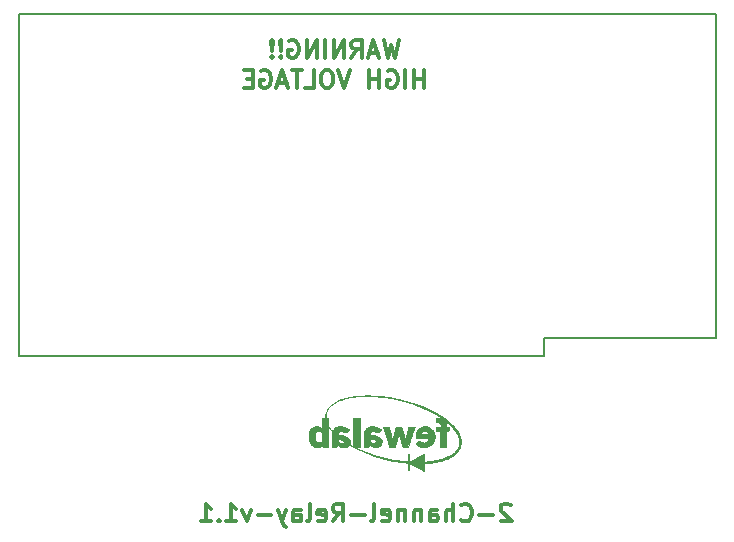
<source format=gbo>
G04 #@! TF.GenerationSoftware,KiCad,Pcbnew,(5.0.1)-3*
G04 #@! TF.CreationDate,2022-08-31T13:01:13+05:45*
G04 #@! TF.ProjectId,Relay-board,52656C61792D626F6172642E6B696361,rev?*
G04 #@! TF.SameCoordinates,Original*
G04 #@! TF.FileFunction,Legend,Bot*
G04 #@! TF.FilePolarity,Positive*
%FSLAX46Y46*%
G04 Gerber Fmt 4.6, Leading zero omitted, Abs format (unit mm)*
G04 Created by KiCad (PCBNEW (5.0.1)-3) date 8/31/2022 1:01:13 PM*
%MOMM*%
%LPD*%
G01*
G04 APERTURE LIST*
%ADD10C,0.300000*%
%ADD11C,0.200000*%
%ADD12C,0.010000*%
G04 APERTURE END LIST*
D10*
X157657142Y-84631428D02*
X157585714Y-84560000D01*
X157442857Y-84488571D01*
X157085714Y-84488571D01*
X156942857Y-84560000D01*
X156871428Y-84631428D01*
X156800000Y-84774285D01*
X156800000Y-84917142D01*
X156871428Y-85131428D01*
X157728571Y-85988571D01*
X156800000Y-85988571D01*
X156157142Y-85417142D02*
X155014285Y-85417142D01*
X153442857Y-85845714D02*
X153514285Y-85917142D01*
X153728571Y-85988571D01*
X153871428Y-85988571D01*
X154085714Y-85917142D01*
X154228571Y-85774285D01*
X154300000Y-85631428D01*
X154371428Y-85345714D01*
X154371428Y-85131428D01*
X154300000Y-84845714D01*
X154228571Y-84702857D01*
X154085714Y-84560000D01*
X153871428Y-84488571D01*
X153728571Y-84488571D01*
X153514285Y-84560000D01*
X153442857Y-84631428D01*
X152800000Y-85988571D02*
X152800000Y-84488571D01*
X152157142Y-85988571D02*
X152157142Y-85202857D01*
X152228571Y-85060000D01*
X152371428Y-84988571D01*
X152585714Y-84988571D01*
X152728571Y-85060000D01*
X152800000Y-85131428D01*
X150800000Y-85988571D02*
X150800000Y-85202857D01*
X150871428Y-85060000D01*
X151014285Y-84988571D01*
X151300000Y-84988571D01*
X151442857Y-85060000D01*
X150800000Y-85917142D02*
X150942857Y-85988571D01*
X151300000Y-85988571D01*
X151442857Y-85917142D01*
X151514285Y-85774285D01*
X151514285Y-85631428D01*
X151442857Y-85488571D01*
X151300000Y-85417142D01*
X150942857Y-85417142D01*
X150800000Y-85345714D01*
X150085714Y-84988571D02*
X150085714Y-85988571D01*
X150085714Y-85131428D02*
X150014285Y-85060000D01*
X149871428Y-84988571D01*
X149657142Y-84988571D01*
X149514285Y-85060000D01*
X149442857Y-85202857D01*
X149442857Y-85988571D01*
X148728571Y-84988571D02*
X148728571Y-85988571D01*
X148728571Y-85131428D02*
X148657142Y-85060000D01*
X148514285Y-84988571D01*
X148300000Y-84988571D01*
X148157142Y-85060000D01*
X148085714Y-85202857D01*
X148085714Y-85988571D01*
X146800000Y-85917142D02*
X146942857Y-85988571D01*
X147228571Y-85988571D01*
X147371428Y-85917142D01*
X147442857Y-85774285D01*
X147442857Y-85202857D01*
X147371428Y-85060000D01*
X147228571Y-84988571D01*
X146942857Y-84988571D01*
X146800000Y-85060000D01*
X146728571Y-85202857D01*
X146728571Y-85345714D01*
X147442857Y-85488571D01*
X145871428Y-85988571D02*
X146014285Y-85917142D01*
X146085714Y-85774285D01*
X146085714Y-84488571D01*
X145300000Y-85417142D02*
X144157142Y-85417142D01*
X142585714Y-85988571D02*
X143085714Y-85274285D01*
X143442857Y-85988571D02*
X143442857Y-84488571D01*
X142871428Y-84488571D01*
X142728571Y-84560000D01*
X142657142Y-84631428D01*
X142585714Y-84774285D01*
X142585714Y-84988571D01*
X142657142Y-85131428D01*
X142728571Y-85202857D01*
X142871428Y-85274285D01*
X143442857Y-85274285D01*
X141371428Y-85917142D02*
X141514285Y-85988571D01*
X141800000Y-85988571D01*
X141942857Y-85917142D01*
X142014285Y-85774285D01*
X142014285Y-85202857D01*
X141942857Y-85060000D01*
X141800000Y-84988571D01*
X141514285Y-84988571D01*
X141371428Y-85060000D01*
X141300000Y-85202857D01*
X141300000Y-85345714D01*
X142014285Y-85488571D01*
X140442857Y-85988571D02*
X140585714Y-85917142D01*
X140657142Y-85774285D01*
X140657142Y-84488571D01*
X139228571Y-85988571D02*
X139228571Y-85202857D01*
X139300000Y-85060000D01*
X139442857Y-84988571D01*
X139728571Y-84988571D01*
X139871428Y-85060000D01*
X139228571Y-85917142D02*
X139371428Y-85988571D01*
X139728571Y-85988571D01*
X139871428Y-85917142D01*
X139942857Y-85774285D01*
X139942857Y-85631428D01*
X139871428Y-85488571D01*
X139728571Y-85417142D01*
X139371428Y-85417142D01*
X139228571Y-85345714D01*
X138657142Y-84988571D02*
X138300000Y-85988571D01*
X137942857Y-84988571D02*
X138300000Y-85988571D01*
X138442857Y-86345714D01*
X138514285Y-86417142D01*
X138657142Y-86488571D01*
X137371428Y-85417142D02*
X136228571Y-85417142D01*
X135657142Y-84988571D02*
X135300000Y-85988571D01*
X134942857Y-84988571D01*
X133585714Y-85988571D02*
X134442857Y-85988571D01*
X134014285Y-85988571D02*
X134014285Y-84488571D01*
X134157142Y-84702857D01*
X134300000Y-84845714D01*
X134442857Y-84917142D01*
X132942857Y-85845714D02*
X132871428Y-85917142D01*
X132942857Y-85988571D01*
X133014285Y-85917142D01*
X132942857Y-85845714D01*
X132942857Y-85988571D01*
X131442857Y-85988571D02*
X132300000Y-85988571D01*
X131871428Y-85988571D02*
X131871428Y-84488571D01*
X132014285Y-84702857D01*
X132157142Y-84845714D01*
X132300000Y-84917142D01*
X148178571Y-45233571D02*
X147821428Y-46733571D01*
X147535714Y-45662142D01*
X147250000Y-46733571D01*
X146892857Y-45233571D01*
X146392857Y-46305000D02*
X145678571Y-46305000D01*
X146535714Y-46733571D02*
X146035714Y-45233571D01*
X145535714Y-46733571D01*
X144178571Y-46733571D02*
X144678571Y-46019285D01*
X145035714Y-46733571D02*
X145035714Y-45233571D01*
X144464285Y-45233571D01*
X144321428Y-45305000D01*
X144250000Y-45376428D01*
X144178571Y-45519285D01*
X144178571Y-45733571D01*
X144250000Y-45876428D01*
X144321428Y-45947857D01*
X144464285Y-46019285D01*
X145035714Y-46019285D01*
X143535714Y-46733571D02*
X143535714Y-45233571D01*
X142678571Y-46733571D01*
X142678571Y-45233571D01*
X141964285Y-46733571D02*
X141964285Y-45233571D01*
X141250000Y-46733571D02*
X141250000Y-45233571D01*
X140392857Y-46733571D01*
X140392857Y-45233571D01*
X138892857Y-45305000D02*
X139035714Y-45233571D01*
X139250000Y-45233571D01*
X139464285Y-45305000D01*
X139607142Y-45447857D01*
X139678571Y-45590714D01*
X139750000Y-45876428D01*
X139750000Y-46090714D01*
X139678571Y-46376428D01*
X139607142Y-46519285D01*
X139464285Y-46662142D01*
X139250000Y-46733571D01*
X139107142Y-46733571D01*
X138892857Y-46662142D01*
X138821428Y-46590714D01*
X138821428Y-46090714D01*
X139107142Y-46090714D01*
X138178571Y-46590714D02*
X138107142Y-46662142D01*
X138178571Y-46733571D01*
X138250000Y-46662142D01*
X138178571Y-46590714D01*
X138178571Y-46733571D01*
X138178571Y-46162142D02*
X138250000Y-45305000D01*
X138178571Y-45233571D01*
X138107142Y-45305000D01*
X138178571Y-46162142D01*
X138178571Y-45233571D01*
X137464285Y-46590714D02*
X137392857Y-46662142D01*
X137464285Y-46733571D01*
X137535714Y-46662142D01*
X137464285Y-46590714D01*
X137464285Y-46733571D01*
X137464285Y-46162142D02*
X137535714Y-45305000D01*
X137464285Y-45233571D01*
X137392857Y-45305000D01*
X137464285Y-46162142D01*
X137464285Y-45233571D01*
X150321428Y-49283571D02*
X150321428Y-47783571D01*
X150321428Y-48497857D02*
X149464285Y-48497857D01*
X149464285Y-49283571D02*
X149464285Y-47783571D01*
X148750000Y-49283571D02*
X148750000Y-47783571D01*
X147250000Y-47855000D02*
X147392857Y-47783571D01*
X147607142Y-47783571D01*
X147821428Y-47855000D01*
X147964285Y-47997857D01*
X148035714Y-48140714D01*
X148107142Y-48426428D01*
X148107142Y-48640714D01*
X148035714Y-48926428D01*
X147964285Y-49069285D01*
X147821428Y-49212142D01*
X147607142Y-49283571D01*
X147464285Y-49283571D01*
X147250000Y-49212142D01*
X147178571Y-49140714D01*
X147178571Y-48640714D01*
X147464285Y-48640714D01*
X146535714Y-49283571D02*
X146535714Y-47783571D01*
X146535714Y-48497857D02*
X145678571Y-48497857D01*
X145678571Y-49283571D02*
X145678571Y-47783571D01*
X144035714Y-47783571D02*
X143535714Y-49283571D01*
X143035714Y-47783571D01*
X142250000Y-47783571D02*
X141964285Y-47783571D01*
X141821428Y-47855000D01*
X141678571Y-47997857D01*
X141607142Y-48283571D01*
X141607142Y-48783571D01*
X141678571Y-49069285D01*
X141821428Y-49212142D01*
X141964285Y-49283571D01*
X142250000Y-49283571D01*
X142392857Y-49212142D01*
X142535714Y-49069285D01*
X142607142Y-48783571D01*
X142607142Y-48283571D01*
X142535714Y-47997857D01*
X142392857Y-47855000D01*
X142250000Y-47783571D01*
X140250000Y-49283571D02*
X140964285Y-49283571D01*
X140964285Y-47783571D01*
X139964285Y-47783571D02*
X139107142Y-47783571D01*
X139535714Y-49283571D02*
X139535714Y-47783571D01*
X138678571Y-48855000D02*
X137964285Y-48855000D01*
X138821428Y-49283571D02*
X138321428Y-47783571D01*
X137821428Y-49283571D01*
X136535714Y-47855000D02*
X136678571Y-47783571D01*
X136892857Y-47783571D01*
X137107142Y-47855000D01*
X137250000Y-47997857D01*
X137321428Y-48140714D01*
X137392857Y-48426428D01*
X137392857Y-48640714D01*
X137321428Y-48926428D01*
X137250000Y-49069285D01*
X137107142Y-49212142D01*
X136892857Y-49283571D01*
X136750000Y-49283571D01*
X136535714Y-49212142D01*
X136464285Y-49140714D01*
X136464285Y-48640714D01*
X136750000Y-48640714D01*
X135821428Y-48497857D02*
X135321428Y-48497857D01*
X135107142Y-49283571D02*
X135821428Y-49283571D01*
X135821428Y-47783571D01*
X135107142Y-47783571D01*
D11*
X116000000Y-72000000D02*
X116000000Y-43000000D01*
X160500000Y-72000000D02*
X116000000Y-72000000D01*
X160500000Y-70500000D02*
X160500000Y-72000000D01*
X175000000Y-70500000D02*
X160500000Y-70500000D01*
X175000000Y-43000000D02*
X175000000Y-70500000D01*
X116000000Y-43000000D02*
X175000000Y-43000000D01*
D12*
G04 #@! TO.C,G\002A\002A\002A*
G36*
X147001103Y-77967602D02*
X146953580Y-77967796D01*
X146916399Y-77968183D01*
X146888383Y-77968815D01*
X146868352Y-77969744D01*
X146855129Y-77971023D01*
X146847535Y-77972703D01*
X146844391Y-77974838D01*
X146844359Y-77977105D01*
X146846520Y-77983870D01*
X146852182Y-78001917D01*
X146861082Y-78030400D01*
X146872957Y-78068470D01*
X146887544Y-78115280D01*
X146904578Y-78169984D01*
X146923797Y-78231734D01*
X146944939Y-78299684D01*
X146967738Y-78372985D01*
X146991933Y-78450790D01*
X147017260Y-78532253D01*
X147043456Y-78616527D01*
X147070258Y-78702763D01*
X147097402Y-78790116D01*
X147124625Y-78877737D01*
X147151664Y-78964780D01*
X147178255Y-79050397D01*
X147204137Y-79133742D01*
X147229044Y-79213966D01*
X147252715Y-79290223D01*
X147274885Y-79361666D01*
X147295292Y-79427447D01*
X147313673Y-79486720D01*
X147329763Y-79538637D01*
X147343301Y-79582350D01*
X147354022Y-79617014D01*
X147361663Y-79641780D01*
X147365962Y-79655801D01*
X147366695Y-79658237D01*
X147368288Y-79661162D01*
X147371994Y-79663527D01*
X147379046Y-79665389D01*
X147390675Y-79666808D01*
X147408113Y-79667844D01*
X147432592Y-79668556D01*
X147465344Y-79669002D01*
X147507601Y-79669244D01*
X147560595Y-79669338D01*
X147597641Y-79669350D01*
X147825326Y-79669350D01*
X147843719Y-79653873D01*
X147858710Y-79637341D01*
X147871394Y-79617061D01*
X147872732Y-79614185D01*
X147876052Y-79604516D01*
X147882505Y-79583766D01*
X147891763Y-79553072D01*
X147903500Y-79513572D01*
X147917387Y-79466404D01*
X147933097Y-79412706D01*
X147950303Y-79353617D01*
X147968677Y-79290273D01*
X147987891Y-79223813D01*
X148007619Y-79155374D01*
X148027533Y-79086095D01*
X148047305Y-79017114D01*
X148066608Y-78949568D01*
X148085114Y-78884596D01*
X148102496Y-78823334D01*
X148118427Y-78766922D01*
X148132579Y-78716497D01*
X148144624Y-78673197D01*
X148154236Y-78638159D01*
X148161086Y-78612523D01*
X148161980Y-78609073D01*
X148170188Y-78579171D01*
X148176904Y-78558711D01*
X148181739Y-78548743D01*
X148184066Y-78549264D01*
X148187294Y-78561514D01*
X148192163Y-78581596D01*
X148197078Y-78602802D01*
X148200402Y-78615746D01*
X148206855Y-78639276D01*
X148216111Y-78672279D01*
X148227846Y-78713639D01*
X148241737Y-78762244D01*
X148257457Y-78816979D01*
X148274683Y-78876730D01*
X148293090Y-78940383D01*
X148312353Y-79006825D01*
X148332148Y-79074942D01*
X148352150Y-79143618D01*
X148372035Y-79211742D01*
X148391477Y-79278198D01*
X148410153Y-79341872D01*
X148427737Y-79401651D01*
X148443906Y-79456421D01*
X148458334Y-79505068D01*
X148470697Y-79546478D01*
X148480671Y-79579536D01*
X148487930Y-79603130D01*
X148492150Y-79616145D01*
X148492981Y-79618271D01*
X148500789Y-79628676D01*
X148513784Y-79642695D01*
X148518314Y-79647125D01*
X148538320Y-79666175D01*
X148764923Y-79667911D01*
X148991525Y-79669648D01*
X149253737Y-78823361D01*
X149284823Y-78722991D01*
X149314856Y-78625943D01*
X149343623Y-78532911D01*
X149370910Y-78444587D01*
X149396504Y-78361663D01*
X149420193Y-78284832D01*
X149441762Y-78214787D01*
X149461000Y-78152220D01*
X149477692Y-78097824D01*
X149491625Y-78052291D01*
X149502587Y-78016313D01*
X149510365Y-77990584D01*
X149514744Y-77975795D01*
X149515674Y-77972312D01*
X149509496Y-77971219D01*
X149492036Y-77970215D01*
X149464714Y-77969329D01*
X149428947Y-77968589D01*
X149386154Y-77968027D01*
X149337754Y-77967670D01*
X149286597Y-77967550D01*
X149224682Y-77967623D01*
X149174169Y-77967878D01*
X149133759Y-77968365D01*
X149102154Y-77969134D01*
X149078056Y-77970236D01*
X149060167Y-77971723D01*
X149047188Y-77973644D01*
X149037821Y-77976051D01*
X149034184Y-77977411D01*
X149005961Y-77993658D01*
X148982971Y-78015330D01*
X148969949Y-78036558D01*
X148967224Y-78046137D01*
X148962057Y-78066942D01*
X148954712Y-78097790D01*
X148945453Y-78137499D01*
X148934545Y-78184886D01*
X148922251Y-78238769D01*
X148908837Y-78297966D01*
X148894566Y-78361293D01*
X148879702Y-78427570D01*
X148864511Y-78495612D01*
X148849256Y-78564238D01*
X148834202Y-78632265D01*
X148819613Y-78698511D01*
X148805753Y-78761793D01*
X148792887Y-78820929D01*
X148781278Y-78874736D01*
X148771192Y-78922033D01*
X148762893Y-78961635D01*
X148759695Y-78977200D01*
X148751133Y-79018183D01*
X148743217Y-79054089D01*
X148736326Y-79083353D01*
X148730838Y-79104414D01*
X148727135Y-79115708D01*
X148725780Y-79116900D01*
X148718811Y-79096397D01*
X148708613Y-79063875D01*
X148695258Y-79019580D01*
X148678817Y-78963757D01*
X148659360Y-78896650D01*
X148636959Y-78818505D01*
X148611683Y-78729568D01*
X148583605Y-78630083D01*
X148552795Y-78520295D01*
X148540550Y-78476514D01*
X148520161Y-78403830D01*
X148500553Y-78334470D01*
X148482021Y-78269447D01*
X148464861Y-78209771D01*
X148449368Y-78156453D01*
X148435837Y-78110504D01*
X148424564Y-78072936D01*
X148415844Y-78044760D01*
X148409972Y-78026986D01*
X148407493Y-78020889D01*
X148396114Y-78008148D01*
X148379038Y-77993762D01*
X148371140Y-77988175D01*
X148344789Y-77970725D01*
X148179345Y-77968828D01*
X148123460Y-77968334D01*
X148078664Y-77968451D01*
X148043348Y-77969448D01*
X148015905Y-77971592D01*
X147994726Y-77975152D01*
X147978206Y-77980396D01*
X147964735Y-77987593D01*
X147952706Y-77997010D01*
X147940791Y-78008628D01*
X147936372Y-78013521D01*
X147932172Y-78019286D01*
X147927904Y-78026865D01*
X147923283Y-78037199D01*
X147918022Y-78051227D01*
X147911836Y-78069892D01*
X147904439Y-78094133D01*
X147895544Y-78124891D01*
X147884867Y-78163108D01*
X147872120Y-78209723D01*
X147857019Y-78265679D01*
X147839277Y-78331914D01*
X147818608Y-78409372D01*
X147815851Y-78419712D01*
X147783809Y-78539773D01*
X147754894Y-78647781D01*
X147729041Y-78743976D01*
X147706185Y-78828599D01*
X147686259Y-78901888D01*
X147669197Y-78964083D01*
X147654933Y-79015423D01*
X147643403Y-79056149D01*
X147634539Y-79086499D01*
X147628276Y-79106714D01*
X147624548Y-79117032D01*
X147623755Y-79118440D01*
X147620754Y-79114824D01*
X147616372Y-79101191D01*
X147611342Y-79080045D01*
X147608853Y-79067640D01*
X147604680Y-79047226D01*
X147598032Y-79016752D01*
X147589179Y-78977345D01*
X147578391Y-78930132D01*
X147565937Y-78876240D01*
X147552086Y-78816794D01*
X147537106Y-78752923D01*
X147521268Y-78685752D01*
X147504839Y-78616409D01*
X147488091Y-78546019D01*
X147471291Y-78475711D01*
X147454708Y-78406609D01*
X147438613Y-78339842D01*
X147423274Y-78276535D01*
X147408960Y-78217816D01*
X147395940Y-78164811D01*
X147384484Y-78118647D01*
X147374861Y-78080451D01*
X147367340Y-78051348D01*
X147362190Y-78032467D01*
X147359797Y-78025128D01*
X147341381Y-78002184D01*
X147312023Y-77982165D01*
X147297364Y-77975177D01*
X147287434Y-77972886D01*
X147268889Y-77971036D01*
X147240983Y-77969606D01*
X147202973Y-77968570D01*
X147154114Y-77967905D01*
X147093663Y-77967586D01*
X147060147Y-77967550D01*
X147001103Y-77967602D01*
X147001103Y-77967602D01*
G37*
X147001103Y-77967602D02*
X146953580Y-77967796D01*
X146916399Y-77968183D01*
X146888383Y-77968815D01*
X146868352Y-77969744D01*
X146855129Y-77971023D01*
X146847535Y-77972703D01*
X146844391Y-77974838D01*
X146844359Y-77977105D01*
X146846520Y-77983870D01*
X146852182Y-78001917D01*
X146861082Y-78030400D01*
X146872957Y-78068470D01*
X146887544Y-78115280D01*
X146904578Y-78169984D01*
X146923797Y-78231734D01*
X146944939Y-78299684D01*
X146967738Y-78372985D01*
X146991933Y-78450790D01*
X147017260Y-78532253D01*
X147043456Y-78616527D01*
X147070258Y-78702763D01*
X147097402Y-78790116D01*
X147124625Y-78877737D01*
X147151664Y-78964780D01*
X147178255Y-79050397D01*
X147204137Y-79133742D01*
X147229044Y-79213966D01*
X147252715Y-79290223D01*
X147274885Y-79361666D01*
X147295292Y-79427447D01*
X147313673Y-79486720D01*
X147329763Y-79538637D01*
X147343301Y-79582350D01*
X147354022Y-79617014D01*
X147361663Y-79641780D01*
X147365962Y-79655801D01*
X147366695Y-79658237D01*
X147368288Y-79661162D01*
X147371994Y-79663527D01*
X147379046Y-79665389D01*
X147390675Y-79666808D01*
X147408113Y-79667844D01*
X147432592Y-79668556D01*
X147465344Y-79669002D01*
X147507601Y-79669244D01*
X147560595Y-79669338D01*
X147597641Y-79669350D01*
X147825326Y-79669350D01*
X147843719Y-79653873D01*
X147858710Y-79637341D01*
X147871394Y-79617061D01*
X147872732Y-79614185D01*
X147876052Y-79604516D01*
X147882505Y-79583766D01*
X147891763Y-79553072D01*
X147903500Y-79513572D01*
X147917387Y-79466404D01*
X147933097Y-79412706D01*
X147950303Y-79353617D01*
X147968677Y-79290273D01*
X147987891Y-79223813D01*
X148007619Y-79155374D01*
X148027533Y-79086095D01*
X148047305Y-79017114D01*
X148066608Y-78949568D01*
X148085114Y-78884596D01*
X148102496Y-78823334D01*
X148118427Y-78766922D01*
X148132579Y-78716497D01*
X148144624Y-78673197D01*
X148154236Y-78638159D01*
X148161086Y-78612523D01*
X148161980Y-78609073D01*
X148170188Y-78579171D01*
X148176904Y-78558711D01*
X148181739Y-78548743D01*
X148184066Y-78549264D01*
X148187294Y-78561514D01*
X148192163Y-78581596D01*
X148197078Y-78602802D01*
X148200402Y-78615746D01*
X148206855Y-78639276D01*
X148216111Y-78672279D01*
X148227846Y-78713639D01*
X148241737Y-78762244D01*
X148257457Y-78816979D01*
X148274683Y-78876730D01*
X148293090Y-78940383D01*
X148312353Y-79006825D01*
X148332148Y-79074942D01*
X148352150Y-79143618D01*
X148372035Y-79211742D01*
X148391477Y-79278198D01*
X148410153Y-79341872D01*
X148427737Y-79401651D01*
X148443906Y-79456421D01*
X148458334Y-79505068D01*
X148470697Y-79546478D01*
X148480671Y-79579536D01*
X148487930Y-79603130D01*
X148492150Y-79616145D01*
X148492981Y-79618271D01*
X148500789Y-79628676D01*
X148513784Y-79642695D01*
X148518314Y-79647125D01*
X148538320Y-79666175D01*
X148764923Y-79667911D01*
X148991525Y-79669648D01*
X149253737Y-78823361D01*
X149284823Y-78722991D01*
X149314856Y-78625943D01*
X149343623Y-78532911D01*
X149370910Y-78444587D01*
X149396504Y-78361663D01*
X149420193Y-78284832D01*
X149441762Y-78214787D01*
X149461000Y-78152220D01*
X149477692Y-78097824D01*
X149491625Y-78052291D01*
X149502587Y-78016313D01*
X149510365Y-77990584D01*
X149514744Y-77975795D01*
X149515674Y-77972312D01*
X149509496Y-77971219D01*
X149492036Y-77970215D01*
X149464714Y-77969329D01*
X149428947Y-77968589D01*
X149386154Y-77968027D01*
X149337754Y-77967670D01*
X149286597Y-77967550D01*
X149224682Y-77967623D01*
X149174169Y-77967878D01*
X149133759Y-77968365D01*
X149102154Y-77969134D01*
X149078056Y-77970236D01*
X149060167Y-77971723D01*
X149047188Y-77973644D01*
X149037821Y-77976051D01*
X149034184Y-77977411D01*
X149005961Y-77993658D01*
X148982971Y-78015330D01*
X148969949Y-78036558D01*
X148967224Y-78046137D01*
X148962057Y-78066942D01*
X148954712Y-78097790D01*
X148945453Y-78137499D01*
X148934545Y-78184886D01*
X148922251Y-78238769D01*
X148908837Y-78297966D01*
X148894566Y-78361293D01*
X148879702Y-78427570D01*
X148864511Y-78495612D01*
X148849256Y-78564238D01*
X148834202Y-78632265D01*
X148819613Y-78698511D01*
X148805753Y-78761793D01*
X148792887Y-78820929D01*
X148781278Y-78874736D01*
X148771192Y-78922033D01*
X148762893Y-78961635D01*
X148759695Y-78977200D01*
X148751133Y-79018183D01*
X148743217Y-79054089D01*
X148736326Y-79083353D01*
X148730838Y-79104414D01*
X148727135Y-79115708D01*
X148725780Y-79116900D01*
X148718811Y-79096397D01*
X148708613Y-79063875D01*
X148695258Y-79019580D01*
X148678817Y-78963757D01*
X148659360Y-78896650D01*
X148636959Y-78818505D01*
X148611683Y-78729568D01*
X148583605Y-78630083D01*
X148552795Y-78520295D01*
X148540550Y-78476514D01*
X148520161Y-78403830D01*
X148500553Y-78334470D01*
X148482021Y-78269447D01*
X148464861Y-78209771D01*
X148449368Y-78156453D01*
X148435837Y-78110504D01*
X148424564Y-78072936D01*
X148415844Y-78044760D01*
X148409972Y-78026986D01*
X148407493Y-78020889D01*
X148396114Y-78008148D01*
X148379038Y-77993762D01*
X148371140Y-77988175D01*
X148344789Y-77970725D01*
X148179345Y-77968828D01*
X148123460Y-77968334D01*
X148078664Y-77968451D01*
X148043348Y-77969448D01*
X148015905Y-77971592D01*
X147994726Y-77975152D01*
X147978206Y-77980396D01*
X147964735Y-77987593D01*
X147952706Y-77997010D01*
X147940791Y-78008628D01*
X147936372Y-78013521D01*
X147932172Y-78019286D01*
X147927904Y-78026865D01*
X147923283Y-78037199D01*
X147918022Y-78051227D01*
X147911836Y-78069892D01*
X147904439Y-78094133D01*
X147895544Y-78124891D01*
X147884867Y-78163108D01*
X147872120Y-78209723D01*
X147857019Y-78265679D01*
X147839277Y-78331914D01*
X147818608Y-78409372D01*
X147815851Y-78419712D01*
X147783809Y-78539773D01*
X147754894Y-78647781D01*
X147729041Y-78743976D01*
X147706185Y-78828599D01*
X147686259Y-78901888D01*
X147669197Y-78964083D01*
X147654933Y-79015423D01*
X147643403Y-79056149D01*
X147634539Y-79086499D01*
X147628276Y-79106714D01*
X147624548Y-79117032D01*
X147623755Y-79118440D01*
X147620754Y-79114824D01*
X147616372Y-79101191D01*
X147611342Y-79080045D01*
X147608853Y-79067640D01*
X147604680Y-79047226D01*
X147598032Y-79016752D01*
X147589179Y-78977345D01*
X147578391Y-78930132D01*
X147565937Y-78876240D01*
X147552086Y-78816794D01*
X147537106Y-78752923D01*
X147521268Y-78685752D01*
X147504839Y-78616409D01*
X147488091Y-78546019D01*
X147471291Y-78475711D01*
X147454708Y-78406609D01*
X147438613Y-78339842D01*
X147423274Y-78276535D01*
X147408960Y-78217816D01*
X147395940Y-78164811D01*
X147384484Y-78118647D01*
X147374861Y-78080451D01*
X147367340Y-78051348D01*
X147362190Y-78032467D01*
X147359797Y-78025128D01*
X147341381Y-78002184D01*
X147312023Y-77982165D01*
X147297364Y-77975177D01*
X147287434Y-77972886D01*
X147268889Y-77971036D01*
X147240983Y-77969606D01*
X147202973Y-77968570D01*
X147154114Y-77967905D01*
X147093663Y-77967586D01*
X147060147Y-77967550D01*
X147001103Y-77967602D01*
G36*
X145860714Y-77937558D02*
X145809690Y-77940414D01*
X145763936Y-77944677D01*
X145726304Y-77950248D01*
X145709157Y-77954085D01*
X145633391Y-77978207D01*
X145566709Y-78008112D01*
X145506180Y-78045465D01*
X145448875Y-78091930D01*
X145422838Y-78116775D01*
X145374373Y-78169333D01*
X145335798Y-78221284D01*
X145304949Y-78276024D01*
X145279663Y-78336948D01*
X145276198Y-78346883D01*
X145269524Y-78366511D01*
X145263623Y-78384511D01*
X145258448Y-78401759D01*
X145253949Y-78419128D01*
X145250081Y-78437491D01*
X145246795Y-78457724D01*
X145244044Y-78480700D01*
X145241780Y-78507293D01*
X145239956Y-78538378D01*
X145238525Y-78574828D01*
X145237438Y-78617517D01*
X145236649Y-78667320D01*
X145236110Y-78725110D01*
X145235773Y-78791761D01*
X145235591Y-78868148D01*
X145235516Y-78955145D01*
X145235500Y-79053626D01*
X145235500Y-79669350D01*
X145383138Y-79669314D01*
X145427244Y-79669024D01*
X145468074Y-79668228D01*
X145503516Y-79667008D01*
X145531455Y-79665446D01*
X145549779Y-79663622D01*
X145554391Y-79662720D01*
X145580003Y-79652204D01*
X145602172Y-79635067D01*
X145622038Y-79609834D01*
X145640741Y-79575029D01*
X145659422Y-79529179D01*
X145660987Y-79524887D01*
X145668714Y-79504818D01*
X145675093Y-79490546D01*
X145678702Y-79485200D01*
X145684827Y-79488843D01*
X145698633Y-79498657D01*
X145717812Y-79512969D01*
X145731998Y-79523838D01*
X145801160Y-79574243D01*
X145866145Y-79614568D01*
X145929287Y-79645636D01*
X145992919Y-79668272D01*
X146059376Y-79683299D01*
X146130990Y-79691541D01*
X146210096Y-79693822D01*
X146213400Y-79693801D01*
X146249775Y-79693381D01*
X146282684Y-79692724D01*
X146309589Y-79691901D01*
X146327954Y-79690985D01*
X146334050Y-79690383D01*
X146370436Y-79682776D01*
X146411001Y-79671815D01*
X146450537Y-79659073D01*
X146483832Y-79646120D01*
X146489744Y-79643426D01*
X146551857Y-79608006D01*
X146604470Y-79564689D01*
X146648096Y-79512873D01*
X146683249Y-79451957D01*
X146708735Y-79386775D01*
X146717209Y-79351291D01*
X146723238Y-79307874D01*
X146726669Y-79260459D01*
X146727345Y-79212983D01*
X146726950Y-79205259D01*
X146237560Y-79205259D01*
X146232730Y-79247183D01*
X146220315Y-79280882D01*
X146204772Y-79305406D01*
X146185260Y-79322951D01*
X146157953Y-79336673D01*
X146148328Y-79340282D01*
X146120095Y-79346831D01*
X146083311Y-79350358D01*
X146041735Y-79350965D01*
X145999126Y-79348759D01*
X145959242Y-79343842D01*
X145925841Y-79336320D01*
X145918556Y-79333905D01*
X145855337Y-79304292D01*
X145794883Y-79262304D01*
X145774678Y-79244954D01*
X145737150Y-79211084D01*
X145737150Y-78983550D01*
X145799230Y-78983550D01*
X145872279Y-78986320D01*
X145942766Y-78994319D01*
X146009003Y-79007083D01*
X146069299Y-79024145D01*
X146121966Y-79045038D01*
X146165315Y-79069298D01*
X146193719Y-79092362D01*
X146217627Y-79124812D01*
X146232383Y-79163456D01*
X146237560Y-79205259D01*
X146726950Y-79205259D01*
X146725113Y-79169381D01*
X146719817Y-79133590D01*
X146718856Y-79129563D01*
X146696110Y-79061981D01*
X146663315Y-79000038D01*
X146620197Y-78943516D01*
X146566485Y-78892200D01*
X146501905Y-78845874D01*
X146426187Y-78804321D01*
X146339056Y-78767324D01*
X146240240Y-78734667D01*
X146211021Y-78726430D01*
X146129509Y-78707921D01*
X146037748Y-78693849D01*
X145937470Y-78684441D01*
X145858604Y-78680608D01*
X145735583Y-78676852D01*
X145738834Y-78590488D01*
X145742917Y-78532575D01*
X145750857Y-78485085D01*
X145763387Y-78446128D01*
X145781243Y-78413816D01*
X145805160Y-78386262D01*
X145824796Y-78369632D01*
X145852878Y-78351913D01*
X145884507Y-78339784D01*
X145922323Y-78332583D01*
X145968964Y-78329647D01*
X145984619Y-78329500D01*
X146020592Y-78330235D01*
X146052162Y-78332934D01*
X146081990Y-78338335D01*
X146112734Y-78347178D01*
X146147054Y-78360201D01*
X146187610Y-78378143D01*
X146226909Y-78396814D01*
X146275479Y-78419404D01*
X146315672Y-78435739D01*
X146349818Y-78446393D01*
X146380247Y-78451940D01*
X146409289Y-78452953D01*
X146439274Y-78450008D01*
X146441520Y-78449660D01*
X146466560Y-78444254D01*
X146488366Y-78435687D01*
X146508400Y-78422556D01*
X146528125Y-78403462D01*
X146549001Y-78377005D01*
X146572491Y-78341784D01*
X146598129Y-78299659D01*
X146615965Y-78269329D01*
X146631275Y-78242866D01*
X146642979Y-78222170D01*
X146650000Y-78209137D01*
X146651550Y-78205587D01*
X146646477Y-78198066D01*
X146632505Y-78185172D01*
X146611509Y-78168257D01*
X146585363Y-78148675D01*
X146555941Y-78127779D01*
X146525116Y-78106922D01*
X146494762Y-78087459D01*
X146466754Y-78070741D01*
X146458370Y-78066072D01*
X146370410Y-78024007D01*
X146274637Y-77988880D01*
X146174505Y-77961767D01*
X146073466Y-77943744D01*
X146060463Y-77942127D01*
X146016883Y-77938391D01*
X145967163Y-77936449D01*
X145914156Y-77936203D01*
X145860714Y-77937558D01*
X145860714Y-77937558D01*
G37*
X145860714Y-77937558D02*
X145809690Y-77940414D01*
X145763936Y-77944677D01*
X145726304Y-77950248D01*
X145709157Y-77954085D01*
X145633391Y-77978207D01*
X145566709Y-78008112D01*
X145506180Y-78045465D01*
X145448875Y-78091930D01*
X145422838Y-78116775D01*
X145374373Y-78169333D01*
X145335798Y-78221284D01*
X145304949Y-78276024D01*
X145279663Y-78336948D01*
X145276198Y-78346883D01*
X145269524Y-78366511D01*
X145263623Y-78384511D01*
X145258448Y-78401759D01*
X145253949Y-78419128D01*
X145250081Y-78437491D01*
X145246795Y-78457724D01*
X145244044Y-78480700D01*
X145241780Y-78507293D01*
X145239956Y-78538378D01*
X145238525Y-78574828D01*
X145237438Y-78617517D01*
X145236649Y-78667320D01*
X145236110Y-78725110D01*
X145235773Y-78791761D01*
X145235591Y-78868148D01*
X145235516Y-78955145D01*
X145235500Y-79053626D01*
X145235500Y-79669350D01*
X145383138Y-79669314D01*
X145427244Y-79669024D01*
X145468074Y-79668228D01*
X145503516Y-79667008D01*
X145531455Y-79665446D01*
X145549779Y-79663622D01*
X145554391Y-79662720D01*
X145580003Y-79652204D01*
X145602172Y-79635067D01*
X145622038Y-79609834D01*
X145640741Y-79575029D01*
X145659422Y-79529179D01*
X145660987Y-79524887D01*
X145668714Y-79504818D01*
X145675093Y-79490546D01*
X145678702Y-79485200D01*
X145684827Y-79488843D01*
X145698633Y-79498657D01*
X145717812Y-79512969D01*
X145731998Y-79523838D01*
X145801160Y-79574243D01*
X145866145Y-79614568D01*
X145929287Y-79645636D01*
X145992919Y-79668272D01*
X146059376Y-79683299D01*
X146130990Y-79691541D01*
X146210096Y-79693822D01*
X146213400Y-79693801D01*
X146249775Y-79693381D01*
X146282684Y-79692724D01*
X146309589Y-79691901D01*
X146327954Y-79690985D01*
X146334050Y-79690383D01*
X146370436Y-79682776D01*
X146411001Y-79671815D01*
X146450537Y-79659073D01*
X146483832Y-79646120D01*
X146489744Y-79643426D01*
X146551857Y-79608006D01*
X146604470Y-79564689D01*
X146648096Y-79512873D01*
X146683249Y-79451957D01*
X146708735Y-79386775D01*
X146717209Y-79351291D01*
X146723238Y-79307874D01*
X146726669Y-79260459D01*
X146727345Y-79212983D01*
X146726950Y-79205259D01*
X146237560Y-79205259D01*
X146232730Y-79247183D01*
X146220315Y-79280882D01*
X146204772Y-79305406D01*
X146185260Y-79322951D01*
X146157953Y-79336673D01*
X146148328Y-79340282D01*
X146120095Y-79346831D01*
X146083311Y-79350358D01*
X146041735Y-79350965D01*
X145999126Y-79348759D01*
X145959242Y-79343842D01*
X145925841Y-79336320D01*
X145918556Y-79333905D01*
X145855337Y-79304292D01*
X145794883Y-79262304D01*
X145774678Y-79244954D01*
X145737150Y-79211084D01*
X145737150Y-78983550D01*
X145799230Y-78983550D01*
X145872279Y-78986320D01*
X145942766Y-78994319D01*
X146009003Y-79007083D01*
X146069299Y-79024145D01*
X146121966Y-79045038D01*
X146165315Y-79069298D01*
X146193719Y-79092362D01*
X146217627Y-79124812D01*
X146232383Y-79163456D01*
X146237560Y-79205259D01*
X146726950Y-79205259D01*
X146725113Y-79169381D01*
X146719817Y-79133590D01*
X146718856Y-79129563D01*
X146696110Y-79061981D01*
X146663315Y-79000038D01*
X146620197Y-78943516D01*
X146566485Y-78892200D01*
X146501905Y-78845874D01*
X146426187Y-78804321D01*
X146339056Y-78767324D01*
X146240240Y-78734667D01*
X146211021Y-78726430D01*
X146129509Y-78707921D01*
X146037748Y-78693849D01*
X145937470Y-78684441D01*
X145858604Y-78680608D01*
X145735583Y-78676852D01*
X145738834Y-78590488D01*
X145742917Y-78532575D01*
X145750857Y-78485085D01*
X145763387Y-78446128D01*
X145781243Y-78413816D01*
X145805160Y-78386262D01*
X145824796Y-78369632D01*
X145852878Y-78351913D01*
X145884507Y-78339784D01*
X145922323Y-78332583D01*
X145968964Y-78329647D01*
X145984619Y-78329500D01*
X146020592Y-78330235D01*
X146052162Y-78332934D01*
X146081990Y-78338335D01*
X146112734Y-78347178D01*
X146147054Y-78360201D01*
X146187610Y-78378143D01*
X146226909Y-78396814D01*
X146275479Y-78419404D01*
X146315672Y-78435739D01*
X146349818Y-78446393D01*
X146380247Y-78451940D01*
X146409289Y-78452953D01*
X146439274Y-78450008D01*
X146441520Y-78449660D01*
X146466560Y-78444254D01*
X146488366Y-78435687D01*
X146508400Y-78422556D01*
X146528125Y-78403462D01*
X146549001Y-78377005D01*
X146572491Y-78341784D01*
X146598129Y-78299659D01*
X146615965Y-78269329D01*
X146631275Y-78242866D01*
X146642979Y-78222170D01*
X146650000Y-78209137D01*
X146651550Y-78205587D01*
X146646477Y-78198066D01*
X146632505Y-78185172D01*
X146611509Y-78168257D01*
X146585363Y-78148675D01*
X146555941Y-78127779D01*
X146525116Y-78106922D01*
X146494762Y-78087459D01*
X146466754Y-78070741D01*
X146458370Y-78066072D01*
X146370410Y-78024007D01*
X146274637Y-77988880D01*
X146174505Y-77961767D01*
X146073466Y-77943744D01*
X146060463Y-77942127D01*
X146016883Y-77938391D01*
X145967163Y-77936449D01*
X145914156Y-77936203D01*
X145860714Y-77937558D01*
G36*
X150299808Y-77944308D02*
X150256126Y-77946870D01*
X150222169Y-77950758D01*
X150124628Y-77972074D01*
X150034196Y-78003776D01*
X149951277Y-78045465D01*
X149876271Y-78096741D01*
X149809582Y-78157205D01*
X149751613Y-78226459D01*
X149702765Y-78304104D01*
X149663441Y-78389740D01*
X149634043Y-78482969D01*
X149620464Y-78547355D01*
X149613702Y-78595390D01*
X149608942Y-78647625D01*
X149606332Y-78700329D01*
X149606023Y-78749776D01*
X149608163Y-78792236D01*
X149609996Y-78808285D01*
X149618865Y-78850549D01*
X149631925Y-78881278D01*
X149649443Y-78901015D01*
X149658418Y-78906259D01*
X149665254Y-78907712D01*
X149679354Y-78908987D01*
X149701280Y-78910089D01*
X149731594Y-78911029D01*
X149770861Y-78911813D01*
X149819642Y-78912449D01*
X149878500Y-78912946D01*
X149947998Y-78913311D01*
X150028699Y-78913552D01*
X150121166Y-78913677D01*
X150188874Y-78913700D01*
X150703001Y-78913700D01*
X150698881Y-78940687D01*
X150681729Y-79021758D01*
X150656577Y-79093093D01*
X150623539Y-79154592D01*
X150582732Y-79206152D01*
X150534271Y-79247672D01*
X150478271Y-79279050D01*
X150414849Y-79300183D01*
X150344120Y-79310970D01*
X150277337Y-79311886D01*
X150238382Y-79309196D01*
X150202773Y-79304174D01*
X150167950Y-79296033D01*
X150131353Y-79283988D01*
X150090420Y-79267249D01*
X150042590Y-79245032D01*
X150013875Y-79230919D01*
X149961305Y-79206258D01*
X149917242Y-79189218D01*
X149880212Y-79179563D01*
X149848746Y-79177057D01*
X149821370Y-79181464D01*
X149796614Y-79192548D01*
X149792101Y-79195379D01*
X149783925Y-79202919D01*
X149769786Y-79218183D01*
X149751158Y-79239383D01*
X149729515Y-79264732D01*
X149706332Y-79292441D01*
X149683081Y-79320722D01*
X149661238Y-79347787D01*
X149642275Y-79371849D01*
X149627668Y-79391118D01*
X149618889Y-79403808D01*
X149617000Y-79407788D01*
X149621577Y-79415361D01*
X149633952Y-79429109D01*
X149652099Y-79447166D01*
X149673988Y-79467664D01*
X149697590Y-79488736D01*
X149720876Y-79508515D01*
X149741818Y-79525132D01*
X149754016Y-79533897D01*
X149835064Y-79582852D01*
X149918964Y-79622381D01*
X150007105Y-79652856D01*
X150100876Y-79674650D01*
X150201666Y-79688132D01*
X150310864Y-79693674D01*
X150352338Y-79693798D01*
X150390245Y-79693349D01*
X150424953Y-79692700D01*
X150453959Y-79691916D01*
X150474758Y-79691063D01*
X150483775Y-79690377D01*
X150588037Y-79671023D01*
X150685588Y-79641126D01*
X150776075Y-79601139D01*
X150859148Y-79551513D01*
X150934453Y-79492699D01*
X151001641Y-79425149D01*
X151060359Y-79349313D01*
X151110254Y-79265642D01*
X151150977Y-79174589D01*
X151182174Y-79076604D01*
X151203495Y-78972139D01*
X151214587Y-78861645D01*
X151215340Y-78751775D01*
X151208932Y-78662088D01*
X151201562Y-78615250D01*
X150697510Y-78615250D01*
X150066210Y-78615250D01*
X150070466Y-78575562D01*
X150082615Y-78508012D01*
X150103563Y-78449455D01*
X150133233Y-78399995D01*
X150171548Y-78359738D01*
X150218431Y-78328789D01*
X150265278Y-78309780D01*
X150295996Y-78303155D01*
X150334518Y-78299092D01*
X150376183Y-78297721D01*
X150416329Y-78299173D01*
X150450296Y-78303579D01*
X150454491Y-78304484D01*
X150508454Y-78323272D01*
X150557183Y-78353147D01*
X150600070Y-78393369D01*
X150636503Y-78443198D01*
X150665874Y-78501891D01*
X150687570Y-78568708D01*
X150693386Y-78594612D01*
X150697510Y-78615250D01*
X151201562Y-78615250D01*
X151196115Y-78580644D01*
X151176104Y-78504301D01*
X151148116Y-78429916D01*
X151120758Y-78372231D01*
X151069837Y-78286652D01*
X151009429Y-78209260D01*
X150940106Y-78140486D01*
X150862439Y-78080765D01*
X150777001Y-78030528D01*
X150684361Y-77990209D01*
X150585093Y-77960239D01*
X150572675Y-77957339D01*
X150541105Y-77952071D01*
X150499921Y-77947966D01*
X150452161Y-77945080D01*
X150400863Y-77943470D01*
X150349066Y-77943194D01*
X150299808Y-77944308D01*
X150299808Y-77944308D01*
G37*
X150299808Y-77944308D02*
X150256126Y-77946870D01*
X150222169Y-77950758D01*
X150124628Y-77972074D01*
X150034196Y-78003776D01*
X149951277Y-78045465D01*
X149876271Y-78096741D01*
X149809582Y-78157205D01*
X149751613Y-78226459D01*
X149702765Y-78304104D01*
X149663441Y-78389740D01*
X149634043Y-78482969D01*
X149620464Y-78547355D01*
X149613702Y-78595390D01*
X149608942Y-78647625D01*
X149606332Y-78700329D01*
X149606023Y-78749776D01*
X149608163Y-78792236D01*
X149609996Y-78808285D01*
X149618865Y-78850549D01*
X149631925Y-78881278D01*
X149649443Y-78901015D01*
X149658418Y-78906259D01*
X149665254Y-78907712D01*
X149679354Y-78908987D01*
X149701280Y-78910089D01*
X149731594Y-78911029D01*
X149770861Y-78911813D01*
X149819642Y-78912449D01*
X149878500Y-78912946D01*
X149947998Y-78913311D01*
X150028699Y-78913552D01*
X150121166Y-78913677D01*
X150188874Y-78913700D01*
X150703001Y-78913700D01*
X150698881Y-78940687D01*
X150681729Y-79021758D01*
X150656577Y-79093093D01*
X150623539Y-79154592D01*
X150582732Y-79206152D01*
X150534271Y-79247672D01*
X150478271Y-79279050D01*
X150414849Y-79300183D01*
X150344120Y-79310970D01*
X150277337Y-79311886D01*
X150238382Y-79309196D01*
X150202773Y-79304174D01*
X150167950Y-79296033D01*
X150131353Y-79283988D01*
X150090420Y-79267249D01*
X150042590Y-79245032D01*
X150013875Y-79230919D01*
X149961305Y-79206258D01*
X149917242Y-79189218D01*
X149880212Y-79179563D01*
X149848746Y-79177057D01*
X149821370Y-79181464D01*
X149796614Y-79192548D01*
X149792101Y-79195379D01*
X149783925Y-79202919D01*
X149769786Y-79218183D01*
X149751158Y-79239383D01*
X149729515Y-79264732D01*
X149706332Y-79292441D01*
X149683081Y-79320722D01*
X149661238Y-79347787D01*
X149642275Y-79371849D01*
X149627668Y-79391118D01*
X149618889Y-79403808D01*
X149617000Y-79407788D01*
X149621577Y-79415361D01*
X149633952Y-79429109D01*
X149652099Y-79447166D01*
X149673988Y-79467664D01*
X149697590Y-79488736D01*
X149720876Y-79508515D01*
X149741818Y-79525132D01*
X149754016Y-79533897D01*
X149835064Y-79582852D01*
X149918964Y-79622381D01*
X150007105Y-79652856D01*
X150100876Y-79674650D01*
X150201666Y-79688132D01*
X150310864Y-79693674D01*
X150352338Y-79693798D01*
X150390245Y-79693349D01*
X150424953Y-79692700D01*
X150453959Y-79691916D01*
X150474758Y-79691063D01*
X150483775Y-79690377D01*
X150588037Y-79671023D01*
X150685588Y-79641126D01*
X150776075Y-79601139D01*
X150859148Y-79551513D01*
X150934453Y-79492699D01*
X151001641Y-79425149D01*
X151060359Y-79349313D01*
X151110254Y-79265642D01*
X151150977Y-79174589D01*
X151182174Y-79076604D01*
X151203495Y-78972139D01*
X151214587Y-78861645D01*
X151215340Y-78751775D01*
X151208932Y-78662088D01*
X151201562Y-78615250D01*
X150697510Y-78615250D01*
X150066210Y-78615250D01*
X150070466Y-78575562D01*
X150082615Y-78508012D01*
X150103563Y-78449455D01*
X150133233Y-78399995D01*
X150171548Y-78359738D01*
X150218431Y-78328789D01*
X150265278Y-78309780D01*
X150295996Y-78303155D01*
X150334518Y-78299092D01*
X150376183Y-78297721D01*
X150416329Y-78299173D01*
X150450296Y-78303579D01*
X150454491Y-78304484D01*
X150508454Y-78323272D01*
X150557183Y-78353147D01*
X150600070Y-78393369D01*
X150636503Y-78443198D01*
X150665874Y-78501891D01*
X150687570Y-78568708D01*
X150693386Y-78594612D01*
X150697510Y-78615250D01*
X151201562Y-78615250D01*
X151196115Y-78580644D01*
X151176104Y-78504301D01*
X151148116Y-78429916D01*
X151120758Y-78372231D01*
X151069837Y-78286652D01*
X151009429Y-78209260D01*
X150940106Y-78140486D01*
X150862439Y-78080765D01*
X150777001Y-78030528D01*
X150684361Y-77990209D01*
X150585093Y-77960239D01*
X150572675Y-77957339D01*
X150541105Y-77952071D01*
X150499921Y-77947966D01*
X150452161Y-77945080D01*
X150400863Y-77943470D01*
X150349066Y-77943194D01*
X150299808Y-77944308D01*
G36*
X145433918Y-75326939D02*
X145354439Y-75327419D01*
X145281688Y-75328309D01*
X145217430Y-75329628D01*
X145163433Y-75331389D01*
X145152560Y-75331863D01*
X144902274Y-75346551D01*
X144662701Y-75367083D01*
X144433233Y-75393544D01*
X144213261Y-75426022D01*
X144002178Y-75464602D01*
X143799377Y-75509369D01*
X143671978Y-75541756D01*
X143483278Y-75596285D01*
X143305080Y-75655908D01*
X143137493Y-75720534D01*
X142980628Y-75790070D01*
X142834596Y-75864424D01*
X142699509Y-75943505D01*
X142575476Y-76027221D01*
X142462609Y-76115479D01*
X142361018Y-76208188D01*
X142270814Y-76305256D01*
X142192107Y-76406591D01*
X142125010Y-76512101D01*
X142069631Y-76621695D01*
X142026083Y-76735279D01*
X141994475Y-76852763D01*
X141978156Y-76947246D01*
X141975888Y-76971102D01*
X141973960Y-77004102D01*
X141972521Y-77042693D01*
X141971717Y-77083321D01*
X141971600Y-77104409D01*
X141971600Y-77211900D01*
X141654100Y-77211900D01*
X141654100Y-78140176D01*
X141620763Y-78110186D01*
X141565330Y-78066302D01*
X141501956Y-78026273D01*
X141434745Y-77992338D01*
X141367804Y-77966736D01*
X141346125Y-77960405D01*
X141304866Y-77952057D01*
X141255463Y-77946258D01*
X141201618Y-77943085D01*
X141147035Y-77942612D01*
X141095417Y-77944914D01*
X141050467Y-77950067D01*
X141030472Y-77954012D01*
X140951567Y-77979079D01*
X140878966Y-78015119D01*
X140812786Y-78062015D01*
X140753142Y-78119650D01*
X140700150Y-78187907D01*
X140653927Y-78266669D01*
X140614589Y-78355818D01*
X140604325Y-78384058D01*
X140582779Y-78452463D01*
X140566326Y-78519961D01*
X140554616Y-78589185D01*
X140547298Y-78662771D01*
X140544019Y-78743354D01*
X140544416Y-78833029D01*
X140546817Y-78902044D01*
X140551027Y-78961537D01*
X140557516Y-79014617D01*
X140566749Y-79064392D01*
X140579197Y-79113970D01*
X140594026Y-79162498D01*
X140630635Y-79257021D01*
X140676118Y-79344520D01*
X140729795Y-79424181D01*
X140790992Y-79495190D01*
X140859030Y-79556732D01*
X140933234Y-79607994D01*
X140989081Y-79637606D01*
X141033230Y-79656823D01*
X141074230Y-79671102D01*
X141115550Y-79681192D01*
X141160660Y-79687844D01*
X141213028Y-79691807D01*
X141245675Y-79693097D01*
X141303423Y-79693790D01*
X141351674Y-79691689D01*
X141393416Y-79686316D01*
X141431637Y-79677193D01*
X141469327Y-79663840D01*
X141493285Y-79653436D01*
X141529013Y-79635775D01*
X141560282Y-79617080D01*
X141590686Y-79594845D01*
X141623819Y-79566568D01*
X141642285Y-79549610D01*
X141690025Y-79505027D01*
X141698101Y-79547501D01*
X141708606Y-79590542D01*
X141721971Y-79622492D01*
X141738956Y-79644784D01*
X141756117Y-79656862D01*
X141763816Y-79660409D01*
X141772449Y-79663215D01*
X141783518Y-79665367D01*
X141798527Y-79666950D01*
X141818979Y-79668051D01*
X141846377Y-79668756D01*
X141882225Y-79669149D01*
X141928026Y-79669318D01*
X141974501Y-79669350D01*
X142168408Y-79669350D01*
X142170017Y-78750603D01*
X142170474Y-78489354D01*
X141654100Y-78489354D01*
X141654100Y-79204623D01*
X141623359Y-79232262D01*
X141576859Y-79265941D01*
X141522956Y-79291142D01*
X141464254Y-79307205D01*
X141403358Y-79313473D01*
X141342870Y-79309286D01*
X141328976Y-79306709D01*
X141275933Y-79289305D01*
X141228218Y-79260627D01*
X141186181Y-79221086D01*
X141150175Y-79171094D01*
X141120552Y-79111062D01*
X141097664Y-79041402D01*
X141095895Y-79034470D01*
X141083134Y-78969763D01*
X141075183Y-78899292D01*
X141071891Y-78825405D01*
X141073106Y-78750449D01*
X141078677Y-78676772D01*
X141088450Y-78606721D01*
X141102276Y-78542644D01*
X141120001Y-78486888D01*
X141133250Y-78456797D01*
X141162040Y-78410055D01*
X141195996Y-78374542D01*
X141236087Y-78349673D01*
X141283276Y-78334865D01*
X141338532Y-78329534D01*
X141343860Y-78329500D01*
X141408136Y-78333672D01*
X141465095Y-78346828D01*
X141517013Y-78369928D01*
X141566171Y-78403933D01*
X141604888Y-78439477D01*
X141654100Y-78489354D01*
X142170474Y-78489354D01*
X142171625Y-77831857D01*
X142205729Y-77891766D01*
X142250403Y-77965880D01*
X142302839Y-78045378D01*
X142361055Y-78127498D01*
X142423068Y-78209477D01*
X142486898Y-78288552D01*
X142509683Y-78315477D01*
X142560278Y-78374479D01*
X142547160Y-78423427D01*
X142544951Y-78431983D01*
X142543001Y-78440702D01*
X142541291Y-78450403D01*
X142539800Y-78461905D01*
X142538511Y-78476027D01*
X142537404Y-78493588D01*
X142536459Y-78515408D01*
X142535658Y-78542304D01*
X142534981Y-78575096D01*
X142534410Y-78614603D01*
X142533924Y-78661643D01*
X142533506Y-78717037D01*
X142533135Y-78781603D01*
X142532792Y-78856159D01*
X142532459Y-78941525D01*
X142532117Y-79038520D01*
X142532006Y-79070862D01*
X142529970Y-79669349D01*
X142677823Y-79669314D01*
X142721982Y-79669024D01*
X142762853Y-79668229D01*
X142798328Y-79667010D01*
X142826295Y-79665449D01*
X142844647Y-79663627D01*
X142849291Y-79662720D01*
X142874903Y-79652204D01*
X142897072Y-79635067D01*
X142916938Y-79609834D01*
X142935641Y-79575029D01*
X142954322Y-79529179D01*
X142955887Y-79524887D01*
X142963576Y-79504822D01*
X142969859Y-79490551D01*
X142973340Y-79485200D01*
X142979315Y-79488818D01*
X142993224Y-79498649D01*
X143012941Y-79513156D01*
X143034401Y-79529326D01*
X143102726Y-79578126D01*
X143167031Y-79617023D01*
X143229625Y-79647124D01*
X143292815Y-79669538D01*
X143358912Y-79685372D01*
X143360096Y-79685595D01*
X143398297Y-79690684D01*
X143444591Y-79693617D01*
X143495723Y-79694484D01*
X143548436Y-79693374D01*
X143599476Y-79690378D01*
X143645585Y-79685585D01*
X143683509Y-79679086D01*
X143694415Y-79676377D01*
X143763878Y-79652816D01*
X143823919Y-79622638D01*
X143876767Y-79584281D01*
X143924651Y-79536181D01*
X143960937Y-79489559D01*
X143964838Y-79485451D01*
X143970292Y-79484154D01*
X143979132Y-79486385D01*
X143993192Y-79492861D01*
X144014307Y-79504298D01*
X144044311Y-79521413D01*
X144048260Y-79523689D01*
X144309863Y-79668646D01*
X144582190Y-79808159D01*
X144864352Y-79941930D01*
X145155461Y-80069660D01*
X145454628Y-80191049D01*
X145760967Y-80305796D01*
X146073587Y-80413604D01*
X146391601Y-80514172D01*
X146714121Y-80607200D01*
X147040258Y-80692390D01*
X147369124Y-80769441D01*
X147699830Y-80838055D01*
X148031489Y-80897931D01*
X148207300Y-80926013D01*
X148263323Y-80934345D01*
X148324521Y-80943077D01*
X148389466Y-80952033D01*
X148456730Y-80961038D01*
X148524885Y-80969917D01*
X148592500Y-80978495D01*
X148658150Y-80986596D01*
X148720404Y-80994046D01*
X148777834Y-81000670D01*
X148829012Y-81006291D01*
X148872509Y-81010735D01*
X148906898Y-81013826D01*
X148930749Y-81015390D01*
X148937362Y-81015550D01*
X148940255Y-81015775D01*
X148942679Y-81017140D01*
X148944676Y-81020676D01*
X148946287Y-81027415D01*
X148947553Y-81038388D01*
X148948516Y-81054627D01*
X148949217Y-81077164D01*
X148949698Y-81107030D01*
X148950001Y-81145257D01*
X148950166Y-81192877D01*
X148950235Y-81250922D01*
X148950250Y-81320423D01*
X148950250Y-81656900D01*
X149064430Y-81656900D01*
X149066078Y-81349168D01*
X149067725Y-81041437D01*
X149690025Y-81375428D01*
X149772678Y-81419765D01*
X149852293Y-81462427D01*
X149928144Y-81503028D01*
X149999507Y-81541181D01*
X150065655Y-81576501D01*
X150125865Y-81608601D01*
X150179409Y-81637095D01*
X150225564Y-81661596D01*
X150263604Y-81681719D01*
X150292804Y-81697077D01*
X150312438Y-81707283D01*
X150321781Y-81711953D01*
X150322403Y-81712204D01*
X150325276Y-81711897D01*
X150327627Y-81708385D01*
X150329551Y-81700403D01*
X150331140Y-81686690D01*
X150332488Y-81665982D01*
X150333689Y-81637015D01*
X150334836Y-81598527D01*
X150336023Y-81549254D01*
X150336680Y-81519257D01*
X150337804Y-81461933D01*
X150338815Y-81400943D01*
X150339672Y-81339600D01*
X150340331Y-81281217D01*
X150340751Y-81229108D01*
X150340889Y-81188875D01*
X150340900Y-81054225D01*
X150361538Y-81051082D01*
X150376036Y-81049531D01*
X150399804Y-81047695D01*
X150429424Y-81045814D01*
X150458375Y-81044276D01*
X150488687Y-81042527D01*
X150528262Y-81039812D01*
X150573726Y-81036387D01*
X150621700Y-81032507D01*
X150668809Y-81028427D01*
X150674275Y-81027934D01*
X150902693Y-81003782D01*
X151122724Y-80973602D01*
X151334163Y-80937493D01*
X151536803Y-80895557D01*
X151730439Y-80847895D01*
X151914866Y-80794609D01*
X152089877Y-80735800D01*
X152255266Y-80671568D01*
X152410829Y-80602015D01*
X152556360Y-80527242D01*
X152691651Y-80447351D01*
X152816499Y-80362441D01*
X152930697Y-80272616D01*
X153034040Y-80177975D01*
X153126321Y-80078620D01*
X153207335Y-79974652D01*
X153276877Y-79866172D01*
X153334740Y-79753282D01*
X153353063Y-79710625D01*
X153381421Y-79632530D01*
X153405527Y-79549087D01*
X153423746Y-79466303D01*
X153429996Y-79428021D01*
X153434726Y-79383294D01*
X153437815Y-79329675D01*
X153439264Y-79270868D01*
X153439229Y-79259754D01*
X153304951Y-79259754D01*
X153300405Y-79339150D01*
X153283035Y-79456994D01*
X153255083Y-79569195D01*
X153216213Y-79676438D01*
X153166088Y-79779410D01*
X153104374Y-79878799D01*
X153030733Y-79975292D01*
X152944830Y-80069574D01*
X152941253Y-80073189D01*
X152841076Y-80165953D01*
X152729293Y-80254158D01*
X152606197Y-80337688D01*
X152472081Y-80416426D01*
X152327237Y-80490252D01*
X152171957Y-80559051D01*
X152006536Y-80622704D01*
X151831265Y-80681094D01*
X151646437Y-80734104D01*
X151452344Y-80781615D01*
X151249280Y-80823510D01*
X151037537Y-80859672D01*
X150951321Y-80872386D01*
X150898505Y-80879433D01*
X150837370Y-80886914D01*
X150770361Y-80894583D01*
X150699923Y-80902193D01*
X150628502Y-80909498D01*
X150558540Y-80916252D01*
X150492484Y-80922209D01*
X150432779Y-80927123D01*
X150381868Y-80930746D01*
X150358418Y-80932105D01*
X150341011Y-80933000D01*
X150337725Y-80254534D01*
X149067725Y-80925982D01*
X149064435Y-80278950D01*
X148950250Y-80278950D01*
X148950250Y-80913950D01*
X148926024Y-80913950D01*
X148909533Y-80913253D01*
X148882124Y-80911276D01*
X148845498Y-80908190D01*
X148801354Y-80904164D01*
X148751393Y-80899368D01*
X148697314Y-80893972D01*
X148640817Y-80888148D01*
X148583602Y-80882063D01*
X148527369Y-80875890D01*
X148473817Y-80869797D01*
X148424647Y-80863955D01*
X148416850Y-80863000D01*
X148064579Y-80814587D01*
X147712641Y-80756265D01*
X147361996Y-80688311D01*
X147013602Y-80611005D01*
X146668416Y-80524624D01*
X146327397Y-80429446D01*
X145991503Y-80325750D01*
X145661692Y-80213815D01*
X145338923Y-80093918D01*
X145024152Y-79966337D01*
X144718339Y-79831351D01*
X144489375Y-79722444D01*
X144387775Y-79672525D01*
X144624313Y-79670860D01*
X144860850Y-79669195D01*
X144860850Y-77211900D01*
X144346500Y-77211900D01*
X144346500Y-79650441D01*
X144296733Y-79625419D01*
X144271614Y-79612468D01*
X144238094Y-79594724D01*
X144198833Y-79573637D01*
X144156491Y-79550653D01*
X144113729Y-79527220D01*
X144073205Y-79504788D01*
X144037581Y-79484804D01*
X144019278Y-79474369D01*
X143980980Y-79452343D01*
X143999623Y-79397334D01*
X144007749Y-79371663D01*
X144013387Y-79348557D01*
X144017122Y-79324197D01*
X144019540Y-79294766D01*
X144021223Y-79256563D01*
X144022145Y-79215195D01*
X144021906Y-79202625D01*
X143533730Y-79202625D01*
X143529935Y-79231050D01*
X143521520Y-79264907D01*
X143506835Y-79295459D01*
X143489941Y-79316308D01*
X143476311Y-79325345D01*
X143456120Y-79335193D01*
X143443228Y-79340282D01*
X143414995Y-79346831D01*
X143378211Y-79350358D01*
X143336635Y-79350965D01*
X143294026Y-79348759D01*
X143254142Y-79343842D01*
X143220741Y-79336320D01*
X143213456Y-79333905D01*
X143150237Y-79304292D01*
X143089783Y-79262304D01*
X143069578Y-79244954D01*
X143032050Y-79211084D01*
X143032050Y-78983550D01*
X143090788Y-78983595D01*
X143140274Y-78984223D01*
X143179123Y-78986239D01*
X143209352Y-78989967D01*
X143232980Y-78995732D01*
X143252025Y-79003861D01*
X143264266Y-79011524D01*
X143277436Y-79020897D01*
X143299064Y-79036259D01*
X143327244Y-79056259D01*
X143360072Y-79079544D01*
X143395641Y-79104762D01*
X143412766Y-79116900D01*
X143533730Y-79202625D01*
X144021906Y-79202625D01*
X144021535Y-79183220D01*
X144019443Y-79160048D01*
X143526786Y-79160048D01*
X143526678Y-79164820D01*
X143522638Y-79164910D01*
X143512942Y-79159731D01*
X143495867Y-79148694D01*
X143473375Y-79133674D01*
X143454253Y-79120686D01*
X143429922Y-79103857D01*
X143402563Y-79084731D01*
X143374357Y-79064853D01*
X143347487Y-79045768D01*
X143324133Y-79029018D01*
X143306476Y-79016149D01*
X143296698Y-79008704D01*
X143295966Y-79008080D01*
X143297952Y-79006761D01*
X143309268Y-79008707D01*
X143327201Y-79013149D01*
X143349039Y-79019319D01*
X143372068Y-79026448D01*
X143393577Y-79033768D01*
X143410851Y-79040510D01*
X143411599Y-79040838D01*
X143453076Y-79063417D01*
X143486916Y-79090577D01*
X143511419Y-79120659D01*
X143524687Y-79151184D01*
X143526786Y-79160048D01*
X144019443Y-79160048D01*
X144019203Y-79157400D01*
X144014957Y-79134498D01*
X144013756Y-79129563D01*
X143991010Y-79061981D01*
X143958215Y-79000038D01*
X143915097Y-78943516D01*
X143861385Y-78892200D01*
X143796805Y-78845874D01*
X143721087Y-78804321D01*
X143633956Y-78767324D01*
X143535140Y-78734667D01*
X143505921Y-78726430D01*
X143424409Y-78707921D01*
X143332648Y-78693849D01*
X143232370Y-78684441D01*
X143153504Y-78680608D01*
X143030483Y-78676852D01*
X143033734Y-78590488D01*
X143037817Y-78532575D01*
X143045757Y-78485085D01*
X143058287Y-78446128D01*
X143076143Y-78413816D01*
X143100060Y-78386262D01*
X143119696Y-78369632D01*
X143147778Y-78351913D01*
X143179407Y-78339784D01*
X143217223Y-78332583D01*
X143263864Y-78329647D01*
X143279519Y-78329499D01*
X143315492Y-78330235D01*
X143347062Y-78332934D01*
X143376890Y-78338335D01*
X143407634Y-78347178D01*
X143441954Y-78360201D01*
X143482510Y-78378143D01*
X143521809Y-78396814D01*
X143570379Y-78419404D01*
X143610572Y-78435739D01*
X143644718Y-78446393D01*
X143675147Y-78451940D01*
X143704189Y-78452953D01*
X143734174Y-78450008D01*
X143736420Y-78449660D01*
X143761460Y-78444254D01*
X143783266Y-78435687D01*
X143803300Y-78422556D01*
X143823025Y-78403462D01*
X143843901Y-78377005D01*
X143867391Y-78341784D01*
X143893029Y-78299659D01*
X143910865Y-78269329D01*
X143926175Y-78242866D01*
X143937879Y-78222170D01*
X143944900Y-78209137D01*
X143946451Y-78205587D01*
X143941377Y-78198066D01*
X143927405Y-78185172D01*
X143906409Y-78168257D01*
X143880263Y-78148675D01*
X143850841Y-78127779D01*
X143820016Y-78106922D01*
X143789662Y-78087459D01*
X143761654Y-78070741D01*
X143753270Y-78066072D01*
X143665310Y-78024007D01*
X143569537Y-77988880D01*
X143469405Y-77961767D01*
X143368366Y-77943744D01*
X143355363Y-77942127D01*
X143311783Y-77938391D01*
X143262063Y-77936449D01*
X143209056Y-77936203D01*
X143155614Y-77937558D01*
X143104590Y-77940414D01*
X143058836Y-77944677D01*
X143021204Y-77950248D01*
X143004057Y-77954085D01*
X142951681Y-77970691D01*
X142896607Y-77992560D01*
X142844752Y-78017210D01*
X142817943Y-78032126D01*
X142770792Y-78065504D01*
X142723521Y-78108472D01*
X142678518Y-78158168D01*
X142638166Y-78211732D01*
X142604853Y-78266303D01*
X142582782Y-78314122D01*
X142565685Y-78359070D01*
X142517636Y-78303634D01*
X142452558Y-78225404D01*
X142387548Y-78141332D01*
X142324954Y-78054693D01*
X142267128Y-77968763D01*
X142216418Y-77886815D01*
X142207362Y-77871235D01*
X142168450Y-77803496D01*
X142168450Y-77212239D01*
X142074788Y-77210482D01*
X141981125Y-77208725D01*
X141981647Y-77078550D01*
X141982008Y-77031651D01*
X141982827Y-76994523D01*
X141984346Y-76964236D01*
X141986806Y-76937863D01*
X141990446Y-76912474D01*
X141995508Y-76885142D01*
X141998900Y-76868629D01*
X142030060Y-76750777D01*
X142073173Y-76636863D01*
X142128080Y-76526996D01*
X142194625Y-76421286D01*
X142272651Y-76319842D01*
X142362000Y-76222773D01*
X142462516Y-76130190D01*
X142574042Y-76042202D01*
X142696419Y-75958917D01*
X142829492Y-75880446D01*
X142973102Y-75806897D01*
X143127094Y-75738381D01*
X143291309Y-75675007D01*
X143465591Y-75616883D01*
X143649782Y-75564121D01*
X143843725Y-75516828D01*
X143981375Y-75487795D01*
X144180891Y-75451544D01*
X144383422Y-75421407D01*
X144590438Y-75397254D01*
X144803406Y-75378954D01*
X145023795Y-75366375D01*
X145253072Y-75359388D01*
X145441219Y-75357735D01*
X145725712Y-75361476D01*
X146008530Y-75372740D01*
X146291700Y-75391704D01*
X146577252Y-75418545D01*
X146867216Y-75453440D01*
X147163621Y-75496564D01*
X147308775Y-75520238D01*
X147632310Y-75578994D01*
X147953850Y-75645738D01*
X148272731Y-75720213D01*
X148588288Y-75802165D01*
X148899857Y-75891336D01*
X149206773Y-75987469D01*
X149508371Y-76090310D01*
X149803986Y-76199601D01*
X150092953Y-76315086D01*
X150374609Y-76436510D01*
X150648288Y-76563615D01*
X150913325Y-76696145D01*
X151169055Y-76833845D01*
X151414815Y-76976457D01*
X151649939Y-77123726D01*
X151873762Y-77275395D01*
X151888713Y-77285974D01*
X151916961Y-77306167D01*
X151941171Y-77323761D01*
X151959616Y-77337474D01*
X151970567Y-77346029D01*
X151972851Y-77348243D01*
X151967884Y-77346508D01*
X151954768Y-77339561D01*
X151936179Y-77328834D01*
X151933163Y-77327034D01*
X151867577Y-77292398D01*
X151799356Y-77265973D01*
X151726502Y-77247276D01*
X151647015Y-77235821D01*
X151558895Y-77231125D01*
X151536454Y-77230949D01*
X151486945Y-77231596D01*
X151446137Y-77233747D01*
X151410085Y-77237720D01*
X151374844Y-77243833D01*
X151373773Y-77244050D01*
X151346586Y-77249898D01*
X151324254Y-77255312D01*
X151309587Y-77259576D01*
X151305367Y-77261513D01*
X151304477Y-77268888D01*
X151304215Y-77287013D01*
X151304552Y-77313954D01*
X151305459Y-77347780D01*
X151306907Y-77386557D01*
X151307458Y-77399225D01*
X151309652Y-77445028D01*
X151311715Y-77479965D01*
X151313865Y-77505862D01*
X151316324Y-77524548D01*
X151319309Y-77537849D01*
X151323042Y-77547595D01*
X151325893Y-77552761D01*
X151339591Y-77569538D01*
X151358561Y-77582447D01*
X151384591Y-77592130D01*
X151419471Y-77599230D01*
X151464990Y-77604388D01*
X151471200Y-77604903D01*
X151518537Y-77609655D01*
X151555745Y-77615891D01*
X151585381Y-77624412D01*
X151609997Y-77636019D01*
X151632147Y-77651514D01*
X151639424Y-77657681D01*
X151669115Y-77690459D01*
X151691571Y-77730617D01*
X151707112Y-77779131D01*
X151716059Y-77836975D01*
X151718740Y-77899287D01*
X151718850Y-77967550D01*
X151318800Y-77967550D01*
X151318800Y-78316800D01*
X151699800Y-78316800D01*
X151699800Y-79669350D01*
X152220500Y-79669350D01*
X152220500Y-78317700D01*
X152257013Y-78310486D01*
X152314197Y-78297832D01*
X152359809Y-78284567D01*
X152394975Y-78270190D01*
X152420821Y-78254201D01*
X152438476Y-78236100D01*
X152443841Y-78227521D01*
X152448005Y-78218281D01*
X152451056Y-78207037D01*
X152453159Y-78191779D01*
X152454480Y-78170497D01*
X152455184Y-78141181D01*
X152455438Y-78101824D01*
X152455450Y-78086711D01*
X152455450Y-77967550D01*
X152220500Y-77967550D01*
X152220495Y-77915162D01*
X152219032Y-77862333D01*
X152214955Y-77806719D01*
X152208721Y-77752566D01*
X152200787Y-77704121D01*
X152195044Y-77678142D01*
X152186857Y-77651700D01*
X152174417Y-77618634D01*
X152159527Y-77583486D01*
X152146432Y-77555652D01*
X152127870Y-77519970D01*
X152110728Y-77491612D01*
X152091854Y-77466056D01*
X152068097Y-77438777D01*
X152055977Y-77425793D01*
X152001425Y-77368107D01*
X152077625Y-77425949D01*
X152210373Y-77530480D01*
X152339361Y-77639493D01*
X152463402Y-77751793D01*
X152581309Y-77866185D01*
X152691892Y-77981475D01*
X152793965Y-78096467D01*
X152886339Y-78209969D01*
X152967825Y-78320783D01*
X152968662Y-78321991D01*
X153047079Y-78442705D01*
X153115551Y-78563800D01*
X153173854Y-78684586D01*
X153221762Y-78804374D01*
X153259050Y-78922474D01*
X153285495Y-79038197D01*
X153300870Y-79150854D01*
X153304951Y-79259754D01*
X153439229Y-79259754D01*
X153439071Y-79210576D01*
X153437235Y-79152501D01*
X153433757Y-79100346D01*
X153430062Y-79067281D01*
X153405560Y-78936151D01*
X153368529Y-78803904D01*
X153319076Y-78670725D01*
X153257304Y-78536796D01*
X153183320Y-78402301D01*
X153097229Y-78267424D01*
X152999134Y-78132349D01*
X152889143Y-77997258D01*
X152767359Y-77862335D01*
X152699925Y-77792826D01*
X152545133Y-77644388D01*
X152378312Y-77498493D01*
X152210556Y-77363886D01*
X151990344Y-77363886D01*
X151989475Y-77364300D01*
X151983680Y-77359829D01*
X151982375Y-77357950D01*
X151980757Y-77352013D01*
X151981626Y-77351600D01*
X151987421Y-77356070D01*
X151988725Y-77357950D01*
X151990344Y-77363886D01*
X152210556Y-77363886D01*
X152199922Y-77355354D01*
X152010419Y-77215187D01*
X151810262Y-77078206D01*
X151599906Y-76944628D01*
X151379811Y-76814665D01*
X151150434Y-76688535D01*
X150912231Y-76566450D01*
X150665662Y-76448627D01*
X150411182Y-76335280D01*
X150149250Y-76226625D01*
X149880323Y-76122875D01*
X149604858Y-76024247D01*
X149323314Y-75930954D01*
X149036148Y-75843212D01*
X148743816Y-75761236D01*
X148446778Y-75685241D01*
X148145489Y-75615441D01*
X147997592Y-75583805D01*
X147688611Y-75523231D01*
X147382807Y-75470926D01*
X147077200Y-75426486D01*
X146768814Y-75389506D01*
X146454667Y-75359583D01*
X146210225Y-75341311D01*
X146160596Y-75338542D01*
X146100035Y-75336028D01*
X146030308Y-75333782D01*
X145953182Y-75331823D01*
X145870421Y-75330164D01*
X145783792Y-75328822D01*
X145695062Y-75327813D01*
X145605995Y-75327152D01*
X145518358Y-75326856D01*
X145433918Y-75326939D01*
X145433918Y-75326939D01*
G37*
X145433918Y-75326939D02*
X145354439Y-75327419D01*
X145281688Y-75328309D01*
X145217430Y-75329628D01*
X145163433Y-75331389D01*
X145152560Y-75331863D01*
X144902274Y-75346551D01*
X144662701Y-75367083D01*
X144433233Y-75393544D01*
X144213261Y-75426022D01*
X144002178Y-75464602D01*
X143799377Y-75509369D01*
X143671978Y-75541756D01*
X143483278Y-75596285D01*
X143305080Y-75655908D01*
X143137493Y-75720534D01*
X142980628Y-75790070D01*
X142834596Y-75864424D01*
X142699509Y-75943505D01*
X142575476Y-76027221D01*
X142462609Y-76115479D01*
X142361018Y-76208188D01*
X142270814Y-76305256D01*
X142192107Y-76406591D01*
X142125010Y-76512101D01*
X142069631Y-76621695D01*
X142026083Y-76735279D01*
X141994475Y-76852763D01*
X141978156Y-76947246D01*
X141975888Y-76971102D01*
X141973960Y-77004102D01*
X141972521Y-77042693D01*
X141971717Y-77083321D01*
X141971600Y-77104409D01*
X141971600Y-77211900D01*
X141654100Y-77211900D01*
X141654100Y-78140176D01*
X141620763Y-78110186D01*
X141565330Y-78066302D01*
X141501956Y-78026273D01*
X141434745Y-77992338D01*
X141367804Y-77966736D01*
X141346125Y-77960405D01*
X141304866Y-77952057D01*
X141255463Y-77946258D01*
X141201618Y-77943085D01*
X141147035Y-77942612D01*
X141095417Y-77944914D01*
X141050467Y-77950067D01*
X141030472Y-77954012D01*
X140951567Y-77979079D01*
X140878966Y-78015119D01*
X140812786Y-78062015D01*
X140753142Y-78119650D01*
X140700150Y-78187907D01*
X140653927Y-78266669D01*
X140614589Y-78355818D01*
X140604325Y-78384058D01*
X140582779Y-78452463D01*
X140566326Y-78519961D01*
X140554616Y-78589185D01*
X140547298Y-78662771D01*
X140544019Y-78743354D01*
X140544416Y-78833029D01*
X140546817Y-78902044D01*
X140551027Y-78961537D01*
X140557516Y-79014617D01*
X140566749Y-79064392D01*
X140579197Y-79113970D01*
X140594026Y-79162498D01*
X140630635Y-79257021D01*
X140676118Y-79344520D01*
X140729795Y-79424181D01*
X140790992Y-79495190D01*
X140859030Y-79556732D01*
X140933234Y-79607994D01*
X140989081Y-79637606D01*
X141033230Y-79656823D01*
X141074230Y-79671102D01*
X141115550Y-79681192D01*
X141160660Y-79687844D01*
X141213028Y-79691807D01*
X141245675Y-79693097D01*
X141303423Y-79693790D01*
X141351674Y-79691689D01*
X141393416Y-79686316D01*
X141431637Y-79677193D01*
X141469327Y-79663840D01*
X141493285Y-79653436D01*
X141529013Y-79635775D01*
X141560282Y-79617080D01*
X141590686Y-79594845D01*
X141623819Y-79566568D01*
X141642285Y-79549610D01*
X141690025Y-79505027D01*
X141698101Y-79547501D01*
X141708606Y-79590542D01*
X141721971Y-79622492D01*
X141738956Y-79644784D01*
X141756117Y-79656862D01*
X141763816Y-79660409D01*
X141772449Y-79663215D01*
X141783518Y-79665367D01*
X141798527Y-79666950D01*
X141818979Y-79668051D01*
X141846377Y-79668756D01*
X141882225Y-79669149D01*
X141928026Y-79669318D01*
X141974501Y-79669350D01*
X142168408Y-79669350D01*
X142170017Y-78750603D01*
X142170474Y-78489354D01*
X141654100Y-78489354D01*
X141654100Y-79204623D01*
X141623359Y-79232262D01*
X141576859Y-79265941D01*
X141522956Y-79291142D01*
X141464254Y-79307205D01*
X141403358Y-79313473D01*
X141342870Y-79309286D01*
X141328976Y-79306709D01*
X141275933Y-79289305D01*
X141228218Y-79260627D01*
X141186181Y-79221086D01*
X141150175Y-79171094D01*
X141120552Y-79111062D01*
X141097664Y-79041402D01*
X141095895Y-79034470D01*
X141083134Y-78969763D01*
X141075183Y-78899292D01*
X141071891Y-78825405D01*
X141073106Y-78750449D01*
X141078677Y-78676772D01*
X141088450Y-78606721D01*
X141102276Y-78542644D01*
X141120001Y-78486888D01*
X141133250Y-78456797D01*
X141162040Y-78410055D01*
X141195996Y-78374542D01*
X141236087Y-78349673D01*
X141283276Y-78334865D01*
X141338532Y-78329534D01*
X141343860Y-78329500D01*
X141408136Y-78333672D01*
X141465095Y-78346828D01*
X141517013Y-78369928D01*
X141566171Y-78403933D01*
X141604888Y-78439477D01*
X141654100Y-78489354D01*
X142170474Y-78489354D01*
X142171625Y-77831857D01*
X142205729Y-77891766D01*
X142250403Y-77965880D01*
X142302839Y-78045378D01*
X142361055Y-78127498D01*
X142423068Y-78209477D01*
X142486898Y-78288552D01*
X142509683Y-78315477D01*
X142560278Y-78374479D01*
X142547160Y-78423427D01*
X142544951Y-78431983D01*
X142543001Y-78440702D01*
X142541291Y-78450403D01*
X142539800Y-78461905D01*
X142538511Y-78476027D01*
X142537404Y-78493588D01*
X142536459Y-78515408D01*
X142535658Y-78542304D01*
X142534981Y-78575096D01*
X142534410Y-78614603D01*
X142533924Y-78661643D01*
X142533506Y-78717037D01*
X142533135Y-78781603D01*
X142532792Y-78856159D01*
X142532459Y-78941525D01*
X142532117Y-79038520D01*
X142532006Y-79070862D01*
X142529970Y-79669349D01*
X142677823Y-79669314D01*
X142721982Y-79669024D01*
X142762853Y-79668229D01*
X142798328Y-79667010D01*
X142826295Y-79665449D01*
X142844647Y-79663627D01*
X142849291Y-79662720D01*
X142874903Y-79652204D01*
X142897072Y-79635067D01*
X142916938Y-79609834D01*
X142935641Y-79575029D01*
X142954322Y-79529179D01*
X142955887Y-79524887D01*
X142963576Y-79504822D01*
X142969859Y-79490551D01*
X142973340Y-79485200D01*
X142979315Y-79488818D01*
X142993224Y-79498649D01*
X143012941Y-79513156D01*
X143034401Y-79529326D01*
X143102726Y-79578126D01*
X143167031Y-79617023D01*
X143229625Y-79647124D01*
X143292815Y-79669538D01*
X143358912Y-79685372D01*
X143360096Y-79685595D01*
X143398297Y-79690684D01*
X143444591Y-79693617D01*
X143495723Y-79694484D01*
X143548436Y-79693374D01*
X143599476Y-79690378D01*
X143645585Y-79685585D01*
X143683509Y-79679086D01*
X143694415Y-79676377D01*
X143763878Y-79652816D01*
X143823919Y-79622638D01*
X143876767Y-79584281D01*
X143924651Y-79536181D01*
X143960937Y-79489559D01*
X143964838Y-79485451D01*
X143970292Y-79484154D01*
X143979132Y-79486385D01*
X143993192Y-79492861D01*
X144014307Y-79504298D01*
X144044311Y-79521413D01*
X144048260Y-79523689D01*
X144309863Y-79668646D01*
X144582190Y-79808159D01*
X144864352Y-79941930D01*
X145155461Y-80069660D01*
X145454628Y-80191049D01*
X145760967Y-80305796D01*
X146073587Y-80413604D01*
X146391601Y-80514172D01*
X146714121Y-80607200D01*
X147040258Y-80692390D01*
X147369124Y-80769441D01*
X147699830Y-80838055D01*
X148031489Y-80897931D01*
X148207300Y-80926013D01*
X148263323Y-80934345D01*
X148324521Y-80943077D01*
X148389466Y-80952033D01*
X148456730Y-80961038D01*
X148524885Y-80969917D01*
X148592500Y-80978495D01*
X148658150Y-80986596D01*
X148720404Y-80994046D01*
X148777834Y-81000670D01*
X148829012Y-81006291D01*
X148872509Y-81010735D01*
X148906898Y-81013826D01*
X148930749Y-81015390D01*
X148937362Y-81015550D01*
X148940255Y-81015775D01*
X148942679Y-81017140D01*
X148944676Y-81020676D01*
X148946287Y-81027415D01*
X148947553Y-81038388D01*
X148948516Y-81054627D01*
X148949217Y-81077164D01*
X148949698Y-81107030D01*
X148950001Y-81145257D01*
X148950166Y-81192877D01*
X148950235Y-81250922D01*
X148950250Y-81320423D01*
X148950250Y-81656900D01*
X149064430Y-81656900D01*
X149066078Y-81349168D01*
X149067725Y-81041437D01*
X149690025Y-81375428D01*
X149772678Y-81419765D01*
X149852293Y-81462427D01*
X149928144Y-81503028D01*
X149999507Y-81541181D01*
X150065655Y-81576501D01*
X150125865Y-81608601D01*
X150179409Y-81637095D01*
X150225564Y-81661596D01*
X150263604Y-81681719D01*
X150292804Y-81697077D01*
X150312438Y-81707283D01*
X150321781Y-81711953D01*
X150322403Y-81712204D01*
X150325276Y-81711897D01*
X150327627Y-81708385D01*
X150329551Y-81700403D01*
X150331140Y-81686690D01*
X150332488Y-81665982D01*
X150333689Y-81637015D01*
X150334836Y-81598527D01*
X150336023Y-81549254D01*
X150336680Y-81519257D01*
X150337804Y-81461933D01*
X150338815Y-81400943D01*
X150339672Y-81339600D01*
X150340331Y-81281217D01*
X150340751Y-81229108D01*
X150340889Y-81188875D01*
X150340900Y-81054225D01*
X150361538Y-81051082D01*
X150376036Y-81049531D01*
X150399804Y-81047695D01*
X150429424Y-81045814D01*
X150458375Y-81044276D01*
X150488687Y-81042527D01*
X150528262Y-81039812D01*
X150573726Y-81036387D01*
X150621700Y-81032507D01*
X150668809Y-81028427D01*
X150674275Y-81027934D01*
X150902693Y-81003782D01*
X151122724Y-80973602D01*
X151334163Y-80937493D01*
X151536803Y-80895557D01*
X151730439Y-80847895D01*
X151914866Y-80794609D01*
X152089877Y-80735800D01*
X152255266Y-80671568D01*
X152410829Y-80602015D01*
X152556360Y-80527242D01*
X152691651Y-80447351D01*
X152816499Y-80362441D01*
X152930697Y-80272616D01*
X153034040Y-80177975D01*
X153126321Y-80078620D01*
X153207335Y-79974652D01*
X153276877Y-79866172D01*
X153334740Y-79753282D01*
X153353063Y-79710625D01*
X153381421Y-79632530D01*
X153405527Y-79549087D01*
X153423746Y-79466303D01*
X153429996Y-79428021D01*
X153434726Y-79383294D01*
X153437815Y-79329675D01*
X153439264Y-79270868D01*
X153439229Y-79259754D01*
X153304951Y-79259754D01*
X153300405Y-79339150D01*
X153283035Y-79456994D01*
X153255083Y-79569195D01*
X153216213Y-79676438D01*
X153166088Y-79779410D01*
X153104374Y-79878799D01*
X153030733Y-79975292D01*
X152944830Y-80069574D01*
X152941253Y-80073189D01*
X152841076Y-80165953D01*
X152729293Y-80254158D01*
X152606197Y-80337688D01*
X152472081Y-80416426D01*
X152327237Y-80490252D01*
X152171957Y-80559051D01*
X152006536Y-80622704D01*
X151831265Y-80681094D01*
X151646437Y-80734104D01*
X151452344Y-80781615D01*
X151249280Y-80823510D01*
X151037537Y-80859672D01*
X150951321Y-80872386D01*
X150898505Y-80879433D01*
X150837370Y-80886914D01*
X150770361Y-80894583D01*
X150699923Y-80902193D01*
X150628502Y-80909498D01*
X150558540Y-80916252D01*
X150492484Y-80922209D01*
X150432779Y-80927123D01*
X150381868Y-80930746D01*
X150358418Y-80932105D01*
X150341011Y-80933000D01*
X150337725Y-80254534D01*
X149067725Y-80925982D01*
X149064435Y-80278950D01*
X148950250Y-80278950D01*
X148950250Y-80913950D01*
X148926024Y-80913950D01*
X148909533Y-80913253D01*
X148882124Y-80911276D01*
X148845498Y-80908190D01*
X148801354Y-80904164D01*
X148751393Y-80899368D01*
X148697314Y-80893972D01*
X148640817Y-80888148D01*
X148583602Y-80882063D01*
X148527369Y-80875890D01*
X148473817Y-80869797D01*
X148424647Y-80863955D01*
X148416850Y-80863000D01*
X148064579Y-80814587D01*
X147712641Y-80756265D01*
X147361996Y-80688311D01*
X147013602Y-80611005D01*
X146668416Y-80524624D01*
X146327397Y-80429446D01*
X145991503Y-80325750D01*
X145661692Y-80213815D01*
X145338923Y-80093918D01*
X145024152Y-79966337D01*
X144718339Y-79831351D01*
X144489375Y-79722444D01*
X144387775Y-79672525D01*
X144624313Y-79670860D01*
X144860850Y-79669195D01*
X144860850Y-77211900D01*
X144346500Y-77211900D01*
X144346500Y-79650441D01*
X144296733Y-79625419D01*
X144271614Y-79612468D01*
X144238094Y-79594724D01*
X144198833Y-79573637D01*
X144156491Y-79550653D01*
X144113729Y-79527220D01*
X144073205Y-79504788D01*
X144037581Y-79484804D01*
X144019278Y-79474369D01*
X143980980Y-79452343D01*
X143999623Y-79397334D01*
X144007749Y-79371663D01*
X144013387Y-79348557D01*
X144017122Y-79324197D01*
X144019540Y-79294766D01*
X144021223Y-79256563D01*
X144022145Y-79215195D01*
X144021906Y-79202625D01*
X143533730Y-79202625D01*
X143529935Y-79231050D01*
X143521520Y-79264907D01*
X143506835Y-79295459D01*
X143489941Y-79316308D01*
X143476311Y-79325345D01*
X143456120Y-79335193D01*
X143443228Y-79340282D01*
X143414995Y-79346831D01*
X143378211Y-79350358D01*
X143336635Y-79350965D01*
X143294026Y-79348759D01*
X143254142Y-79343842D01*
X143220741Y-79336320D01*
X143213456Y-79333905D01*
X143150237Y-79304292D01*
X143089783Y-79262304D01*
X143069578Y-79244954D01*
X143032050Y-79211084D01*
X143032050Y-78983550D01*
X143090788Y-78983595D01*
X143140274Y-78984223D01*
X143179123Y-78986239D01*
X143209352Y-78989967D01*
X143232980Y-78995732D01*
X143252025Y-79003861D01*
X143264266Y-79011524D01*
X143277436Y-79020897D01*
X143299064Y-79036259D01*
X143327244Y-79056259D01*
X143360072Y-79079544D01*
X143395641Y-79104762D01*
X143412766Y-79116900D01*
X143533730Y-79202625D01*
X144021906Y-79202625D01*
X144021535Y-79183220D01*
X144019443Y-79160048D01*
X143526786Y-79160048D01*
X143526678Y-79164820D01*
X143522638Y-79164910D01*
X143512942Y-79159731D01*
X143495867Y-79148694D01*
X143473375Y-79133674D01*
X143454253Y-79120686D01*
X143429922Y-79103857D01*
X143402563Y-79084731D01*
X143374357Y-79064853D01*
X143347487Y-79045768D01*
X143324133Y-79029018D01*
X143306476Y-79016149D01*
X143296698Y-79008704D01*
X143295966Y-79008080D01*
X143297952Y-79006761D01*
X143309268Y-79008707D01*
X143327201Y-79013149D01*
X143349039Y-79019319D01*
X143372068Y-79026448D01*
X143393577Y-79033768D01*
X143410851Y-79040510D01*
X143411599Y-79040838D01*
X143453076Y-79063417D01*
X143486916Y-79090577D01*
X143511419Y-79120659D01*
X143524687Y-79151184D01*
X143526786Y-79160048D01*
X144019443Y-79160048D01*
X144019203Y-79157400D01*
X144014957Y-79134498D01*
X144013756Y-79129563D01*
X143991010Y-79061981D01*
X143958215Y-79000038D01*
X143915097Y-78943516D01*
X143861385Y-78892200D01*
X143796805Y-78845874D01*
X143721087Y-78804321D01*
X143633956Y-78767324D01*
X143535140Y-78734667D01*
X143505921Y-78726430D01*
X143424409Y-78707921D01*
X143332648Y-78693849D01*
X143232370Y-78684441D01*
X143153504Y-78680608D01*
X143030483Y-78676852D01*
X143033734Y-78590488D01*
X143037817Y-78532575D01*
X143045757Y-78485085D01*
X143058287Y-78446128D01*
X143076143Y-78413816D01*
X143100060Y-78386262D01*
X143119696Y-78369632D01*
X143147778Y-78351913D01*
X143179407Y-78339784D01*
X143217223Y-78332583D01*
X143263864Y-78329647D01*
X143279519Y-78329499D01*
X143315492Y-78330235D01*
X143347062Y-78332934D01*
X143376890Y-78338335D01*
X143407634Y-78347178D01*
X143441954Y-78360201D01*
X143482510Y-78378143D01*
X143521809Y-78396814D01*
X143570379Y-78419404D01*
X143610572Y-78435739D01*
X143644718Y-78446393D01*
X143675147Y-78451940D01*
X143704189Y-78452953D01*
X143734174Y-78450008D01*
X143736420Y-78449660D01*
X143761460Y-78444254D01*
X143783266Y-78435687D01*
X143803300Y-78422556D01*
X143823025Y-78403462D01*
X143843901Y-78377005D01*
X143867391Y-78341784D01*
X143893029Y-78299659D01*
X143910865Y-78269329D01*
X143926175Y-78242866D01*
X143937879Y-78222170D01*
X143944900Y-78209137D01*
X143946451Y-78205587D01*
X143941377Y-78198066D01*
X143927405Y-78185172D01*
X143906409Y-78168257D01*
X143880263Y-78148675D01*
X143850841Y-78127779D01*
X143820016Y-78106922D01*
X143789662Y-78087459D01*
X143761654Y-78070741D01*
X143753270Y-78066072D01*
X143665310Y-78024007D01*
X143569537Y-77988880D01*
X143469405Y-77961767D01*
X143368366Y-77943744D01*
X143355363Y-77942127D01*
X143311783Y-77938391D01*
X143262063Y-77936449D01*
X143209056Y-77936203D01*
X143155614Y-77937558D01*
X143104590Y-77940414D01*
X143058836Y-77944677D01*
X143021204Y-77950248D01*
X143004057Y-77954085D01*
X142951681Y-77970691D01*
X142896607Y-77992560D01*
X142844752Y-78017210D01*
X142817943Y-78032126D01*
X142770792Y-78065504D01*
X142723521Y-78108472D01*
X142678518Y-78158168D01*
X142638166Y-78211732D01*
X142604853Y-78266303D01*
X142582782Y-78314122D01*
X142565685Y-78359070D01*
X142517636Y-78303634D01*
X142452558Y-78225404D01*
X142387548Y-78141332D01*
X142324954Y-78054693D01*
X142267128Y-77968763D01*
X142216418Y-77886815D01*
X142207362Y-77871235D01*
X142168450Y-77803496D01*
X142168450Y-77212239D01*
X142074788Y-77210482D01*
X141981125Y-77208725D01*
X141981647Y-77078550D01*
X141982008Y-77031651D01*
X141982827Y-76994523D01*
X141984346Y-76964236D01*
X141986806Y-76937863D01*
X141990446Y-76912474D01*
X141995508Y-76885142D01*
X141998900Y-76868629D01*
X142030060Y-76750777D01*
X142073173Y-76636863D01*
X142128080Y-76526996D01*
X142194625Y-76421286D01*
X142272651Y-76319842D01*
X142362000Y-76222773D01*
X142462516Y-76130190D01*
X142574042Y-76042202D01*
X142696419Y-75958917D01*
X142829492Y-75880446D01*
X142973102Y-75806897D01*
X143127094Y-75738381D01*
X143291309Y-75675007D01*
X143465591Y-75616883D01*
X143649782Y-75564121D01*
X143843725Y-75516828D01*
X143981375Y-75487795D01*
X144180891Y-75451544D01*
X144383422Y-75421407D01*
X144590438Y-75397254D01*
X144803406Y-75378954D01*
X145023795Y-75366375D01*
X145253072Y-75359388D01*
X145441219Y-75357735D01*
X145725712Y-75361476D01*
X146008530Y-75372740D01*
X146291700Y-75391704D01*
X146577252Y-75418545D01*
X146867216Y-75453440D01*
X147163621Y-75496564D01*
X147308775Y-75520238D01*
X147632310Y-75578994D01*
X147953850Y-75645738D01*
X148272731Y-75720213D01*
X148588288Y-75802165D01*
X148899857Y-75891336D01*
X149206773Y-75987469D01*
X149508371Y-76090310D01*
X149803986Y-76199601D01*
X150092953Y-76315086D01*
X150374609Y-76436510D01*
X150648288Y-76563615D01*
X150913325Y-76696145D01*
X151169055Y-76833845D01*
X151414815Y-76976457D01*
X151649939Y-77123726D01*
X151873762Y-77275395D01*
X151888713Y-77285974D01*
X151916961Y-77306167D01*
X151941171Y-77323761D01*
X151959616Y-77337474D01*
X151970567Y-77346029D01*
X151972851Y-77348243D01*
X151967884Y-77346508D01*
X151954768Y-77339561D01*
X151936179Y-77328834D01*
X151933163Y-77327034D01*
X151867577Y-77292398D01*
X151799356Y-77265973D01*
X151726502Y-77247276D01*
X151647015Y-77235821D01*
X151558895Y-77231125D01*
X151536454Y-77230949D01*
X151486945Y-77231596D01*
X151446137Y-77233747D01*
X151410085Y-77237720D01*
X151374844Y-77243833D01*
X151373773Y-77244050D01*
X151346586Y-77249898D01*
X151324254Y-77255312D01*
X151309587Y-77259576D01*
X151305367Y-77261513D01*
X151304477Y-77268888D01*
X151304215Y-77287013D01*
X151304552Y-77313954D01*
X151305459Y-77347780D01*
X151306907Y-77386557D01*
X151307458Y-77399225D01*
X151309652Y-77445028D01*
X151311715Y-77479965D01*
X151313865Y-77505862D01*
X151316324Y-77524548D01*
X151319309Y-77537849D01*
X151323042Y-77547595D01*
X151325893Y-77552761D01*
X151339591Y-77569538D01*
X151358561Y-77582447D01*
X151384591Y-77592130D01*
X151419471Y-77599230D01*
X151464990Y-77604388D01*
X151471200Y-77604903D01*
X151518537Y-77609655D01*
X151555745Y-77615891D01*
X151585381Y-77624412D01*
X151609997Y-77636019D01*
X151632147Y-77651514D01*
X151639424Y-77657681D01*
X151669115Y-77690459D01*
X151691571Y-77730617D01*
X151707112Y-77779131D01*
X151716059Y-77836975D01*
X151718740Y-77899287D01*
X151718850Y-77967550D01*
X151318800Y-77967550D01*
X151318800Y-78316800D01*
X151699800Y-78316800D01*
X151699800Y-79669350D01*
X152220500Y-79669350D01*
X152220500Y-78317700D01*
X152257013Y-78310486D01*
X152314197Y-78297832D01*
X152359809Y-78284567D01*
X152394975Y-78270190D01*
X152420821Y-78254201D01*
X152438476Y-78236100D01*
X152443841Y-78227521D01*
X152448005Y-78218281D01*
X152451056Y-78207037D01*
X152453159Y-78191779D01*
X152454480Y-78170497D01*
X152455184Y-78141181D01*
X152455438Y-78101824D01*
X152455450Y-78086711D01*
X152455450Y-77967550D01*
X152220500Y-77967550D01*
X152220495Y-77915162D01*
X152219032Y-77862333D01*
X152214955Y-77806719D01*
X152208721Y-77752566D01*
X152200787Y-77704121D01*
X152195044Y-77678142D01*
X152186857Y-77651700D01*
X152174417Y-77618634D01*
X152159527Y-77583486D01*
X152146432Y-77555652D01*
X152127870Y-77519970D01*
X152110728Y-77491612D01*
X152091854Y-77466056D01*
X152068097Y-77438777D01*
X152055977Y-77425793D01*
X152001425Y-77368107D01*
X152077625Y-77425949D01*
X152210373Y-77530480D01*
X152339361Y-77639493D01*
X152463402Y-77751793D01*
X152581309Y-77866185D01*
X152691892Y-77981475D01*
X152793965Y-78096467D01*
X152886339Y-78209969D01*
X152967825Y-78320783D01*
X152968662Y-78321991D01*
X153047079Y-78442705D01*
X153115551Y-78563800D01*
X153173854Y-78684586D01*
X153221762Y-78804374D01*
X153259050Y-78922474D01*
X153285495Y-79038197D01*
X153300870Y-79150854D01*
X153304951Y-79259754D01*
X153439229Y-79259754D01*
X153439071Y-79210576D01*
X153437235Y-79152501D01*
X153433757Y-79100346D01*
X153430062Y-79067281D01*
X153405560Y-78936151D01*
X153368529Y-78803904D01*
X153319076Y-78670725D01*
X153257304Y-78536796D01*
X153183320Y-78402301D01*
X153097229Y-78267424D01*
X152999134Y-78132349D01*
X152889143Y-77997258D01*
X152767359Y-77862335D01*
X152699925Y-77792826D01*
X152545133Y-77644388D01*
X152378312Y-77498493D01*
X152210556Y-77363886D01*
X151990344Y-77363886D01*
X151989475Y-77364300D01*
X151983680Y-77359829D01*
X151982375Y-77357950D01*
X151980757Y-77352013D01*
X151981626Y-77351600D01*
X151987421Y-77356070D01*
X151988725Y-77357950D01*
X151990344Y-77363886D01*
X152210556Y-77363886D01*
X152199922Y-77355354D01*
X152010419Y-77215187D01*
X151810262Y-77078206D01*
X151599906Y-76944628D01*
X151379811Y-76814665D01*
X151150434Y-76688535D01*
X150912231Y-76566450D01*
X150665662Y-76448627D01*
X150411182Y-76335280D01*
X150149250Y-76226625D01*
X149880323Y-76122875D01*
X149604858Y-76024247D01*
X149323314Y-75930954D01*
X149036148Y-75843212D01*
X148743816Y-75761236D01*
X148446778Y-75685241D01*
X148145489Y-75615441D01*
X147997592Y-75583805D01*
X147688611Y-75523231D01*
X147382807Y-75470926D01*
X147077200Y-75426486D01*
X146768814Y-75389506D01*
X146454667Y-75359583D01*
X146210225Y-75341311D01*
X146160596Y-75338542D01*
X146100035Y-75336028D01*
X146030308Y-75333782D01*
X145953182Y-75331823D01*
X145870421Y-75330164D01*
X145783792Y-75328822D01*
X145695062Y-75327813D01*
X145605995Y-75327152D01*
X145518358Y-75326856D01*
X145433918Y-75326939D01*
G04 #@! TD*
M02*

</source>
